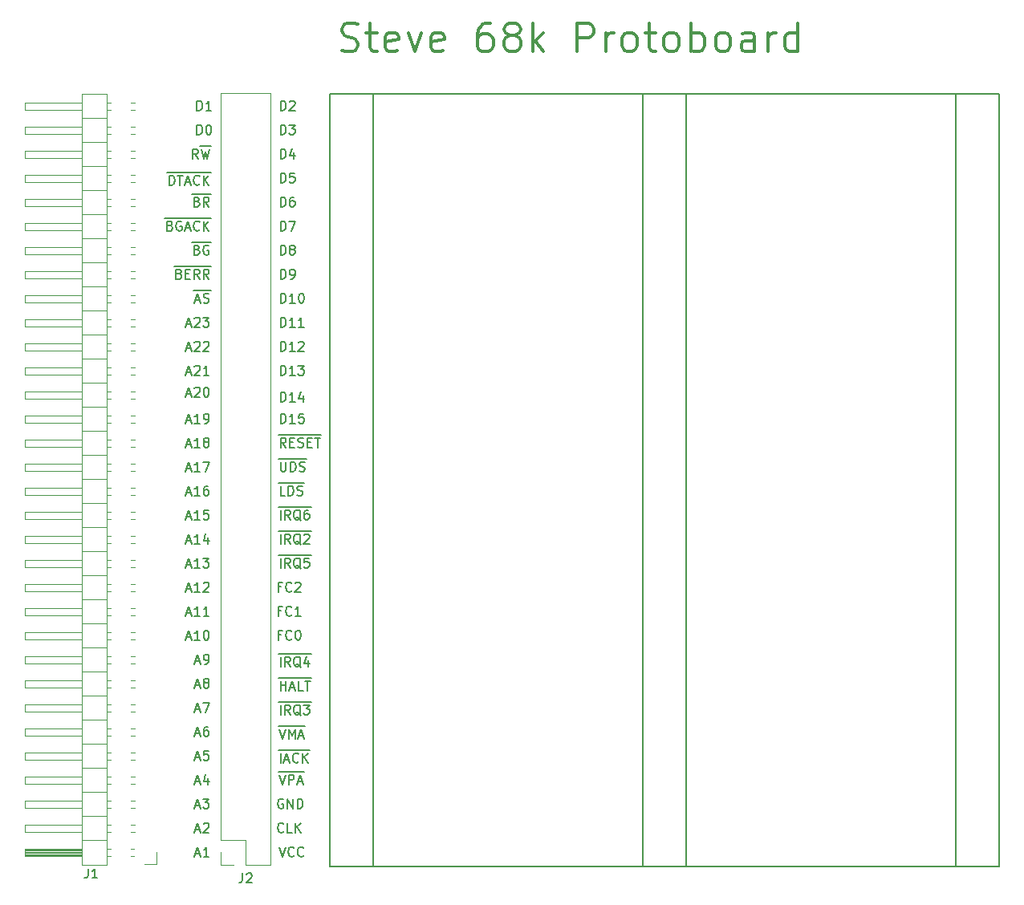
<source format=gto>
G04 #@! TF.GenerationSoftware,KiCad,Pcbnew,(6.0.2)*
G04 #@! TF.CreationDate,2022-10-16T09:30:01-07:00*
G04 #@! TF.ProjectId,Protoboard,50726f74-6f62-46f6-9172-642e6b696361,1.0*
G04 #@! TF.SameCoordinates,Original*
G04 #@! TF.FileFunction,Legend,Top*
G04 #@! TF.FilePolarity,Positive*
%FSLAX46Y46*%
G04 Gerber Fmt 4.6, Leading zero omitted, Abs format (unit mm)*
G04 Created by KiCad (PCBNEW (6.0.2)) date 2022-10-16 09:30:01*
%MOMM*%
%LPD*%
G01*
G04 APERTURE LIST*
%ADD10C,0.200000*%
%ADD11C,0.300000*%
%ADD12C,0.150000*%
%ADD13C,0.120000*%
%ADD14C,1.524000*%
%ADD15C,3.200000*%
%ADD16R,1.700000X1.700000*%
%ADD17O,1.700000X1.700000*%
G04 APERTURE END LIST*
D10*
X160274000Y-55880000D02*
X188722000Y-55880000D01*
X188722000Y-55880000D02*
X188722000Y-137414000D01*
X188722000Y-137414000D02*
X160274000Y-137414000D01*
X160274000Y-137414000D02*
X160274000Y-55880000D01*
X127254000Y-55880000D02*
X155702000Y-55880000D01*
X155702000Y-55880000D02*
X155702000Y-137414000D01*
X155702000Y-137414000D02*
X127254000Y-137414000D01*
X127254000Y-137414000D02*
X127254000Y-55880000D01*
X122682000Y-55880000D02*
X127254000Y-55880000D01*
X127254000Y-55880000D02*
X127254000Y-137414000D01*
X127254000Y-137414000D02*
X122682000Y-137414000D01*
X122682000Y-137414000D02*
X122682000Y-55880000D01*
X155702000Y-55880000D02*
X160274000Y-55880000D01*
X160274000Y-55880000D02*
X160274000Y-137414000D01*
X160274000Y-137414000D02*
X155702000Y-137414000D01*
X155702000Y-137414000D02*
X155702000Y-55880000D01*
X188722000Y-55880000D02*
X193294000Y-55880000D01*
X193294000Y-55880000D02*
X193294000Y-137414000D01*
X193294000Y-137414000D02*
X188722000Y-137414000D01*
X188722000Y-137414000D02*
X188722000Y-55880000D01*
X108506952Y-136056666D02*
X108983142Y-136056666D01*
X108411714Y-136342380D02*
X108745047Y-135342380D01*
X109078380Y-136342380D01*
X109935523Y-136342380D02*
X109364095Y-136342380D01*
X109649809Y-136342380D02*
X109649809Y-135342380D01*
X109554571Y-135485238D01*
X109459333Y-135580476D01*
X109364095Y-135628095D01*
X108792666Y-62682380D02*
X108459333Y-62206190D01*
X108221238Y-62682380D02*
X108221238Y-61682380D01*
X108602190Y-61682380D01*
X108697428Y-61730000D01*
X108745047Y-61777619D01*
X108792666Y-61872857D01*
X108792666Y-62015714D01*
X108745047Y-62110952D01*
X108697428Y-62158571D01*
X108602190Y-62206190D01*
X108221238Y-62206190D01*
X108983142Y-61400000D02*
X110126000Y-61400000D01*
X109126000Y-61682380D02*
X109364095Y-62682380D01*
X109554571Y-61968095D01*
X109745047Y-62682380D01*
X109983142Y-61682380D01*
X107554571Y-103036666D02*
X108030761Y-103036666D01*
X107459333Y-103322380D02*
X107792666Y-102322380D01*
X108126000Y-103322380D01*
X108983142Y-103322380D02*
X108411714Y-103322380D01*
X108697428Y-103322380D02*
X108697428Y-102322380D01*
X108602190Y-102465238D01*
X108506952Y-102560476D01*
X108411714Y-102608095D01*
X109840285Y-102655714D02*
X109840285Y-103322380D01*
X109602190Y-102274761D02*
X109364095Y-102989047D01*
X109983142Y-102989047D01*
X107554571Y-80176666D02*
X108030761Y-80176666D01*
X107459333Y-80462380D02*
X107792666Y-79462380D01*
X108126000Y-80462380D01*
X108411714Y-79557619D02*
X108459333Y-79510000D01*
X108554571Y-79462380D01*
X108792666Y-79462380D01*
X108887904Y-79510000D01*
X108935523Y-79557619D01*
X108983142Y-79652857D01*
X108983142Y-79748095D01*
X108935523Y-79890952D01*
X108364095Y-80462380D01*
X108983142Y-80462380D01*
X109316476Y-79462380D02*
X109935523Y-79462380D01*
X109602190Y-79843333D01*
X109745047Y-79843333D01*
X109840285Y-79890952D01*
X109887904Y-79938571D01*
X109935523Y-80033809D01*
X109935523Y-80271904D01*
X109887904Y-80367142D01*
X109840285Y-80414761D01*
X109745047Y-80462380D01*
X109459333Y-80462380D01*
X109364095Y-80414761D01*
X109316476Y-80367142D01*
X117244000Y-114994000D02*
X117720190Y-114994000D01*
X117482095Y-116276380D02*
X117482095Y-115276380D01*
X117720190Y-114994000D02*
X118720190Y-114994000D01*
X118529714Y-116276380D02*
X118196380Y-115800190D01*
X117958285Y-116276380D02*
X117958285Y-115276380D01*
X118339238Y-115276380D01*
X118434476Y-115324000D01*
X118482095Y-115371619D01*
X118529714Y-115466857D01*
X118529714Y-115609714D01*
X118482095Y-115704952D01*
X118434476Y-115752571D01*
X118339238Y-115800190D01*
X117958285Y-115800190D01*
X118720190Y-114994000D02*
X119767809Y-114994000D01*
X119624952Y-116371619D02*
X119529714Y-116324000D01*
X119434476Y-116228761D01*
X119291619Y-116085904D01*
X119196380Y-116038285D01*
X119101142Y-116038285D01*
X119148761Y-116276380D02*
X119053523Y-116228761D01*
X118958285Y-116133523D01*
X118910666Y-115943047D01*
X118910666Y-115609714D01*
X118958285Y-115419238D01*
X119053523Y-115324000D01*
X119148761Y-115276380D01*
X119339238Y-115276380D01*
X119434476Y-115324000D01*
X119529714Y-115419238D01*
X119577333Y-115609714D01*
X119577333Y-115943047D01*
X119529714Y-116133523D01*
X119434476Y-116228761D01*
X119339238Y-116276380D01*
X119148761Y-116276380D01*
X119767809Y-114994000D02*
X120720190Y-114994000D01*
X120434476Y-115609714D02*
X120434476Y-116276380D01*
X120196380Y-115228761D02*
X119958285Y-115943047D01*
X120577333Y-115943047D01*
X117751904Y-130310000D02*
X117656666Y-130262380D01*
X117513809Y-130262380D01*
X117370952Y-130310000D01*
X117275714Y-130405238D01*
X117228095Y-130500476D01*
X117180476Y-130690952D01*
X117180476Y-130833809D01*
X117228095Y-131024285D01*
X117275714Y-131119523D01*
X117370952Y-131214761D01*
X117513809Y-131262380D01*
X117609047Y-131262380D01*
X117751904Y-131214761D01*
X117799523Y-131167142D01*
X117799523Y-130833809D01*
X117609047Y-130833809D01*
X118228095Y-131262380D02*
X118228095Y-130262380D01*
X118799523Y-131262380D01*
X118799523Y-130262380D01*
X119275714Y-131262380D02*
X119275714Y-130262380D01*
X119513809Y-130262380D01*
X119656666Y-130310000D01*
X119751904Y-130405238D01*
X119799523Y-130500476D01*
X119847142Y-130690952D01*
X119847142Y-130833809D01*
X119799523Y-131024285D01*
X119751904Y-131119523D01*
X119656666Y-131214761D01*
X119513809Y-131262380D01*
X119275714Y-131262380D01*
X108506952Y-123356666D02*
X108983142Y-123356666D01*
X108411714Y-123642380D02*
X108745047Y-122642380D01*
X109078380Y-123642380D01*
X109840285Y-122642380D02*
X109649809Y-122642380D01*
X109554571Y-122690000D01*
X109506952Y-122737619D01*
X109411714Y-122880476D01*
X109364095Y-123070952D01*
X109364095Y-123451904D01*
X109411714Y-123547142D01*
X109459333Y-123594761D01*
X109554571Y-123642380D01*
X109745047Y-123642380D01*
X109840285Y-123594761D01*
X109887904Y-123547142D01*
X109935523Y-123451904D01*
X109935523Y-123213809D01*
X109887904Y-123118571D01*
X109840285Y-123070952D01*
X109745047Y-123023333D01*
X109554571Y-123023333D01*
X109459333Y-123070952D01*
X109411714Y-123118571D01*
X109364095Y-123213809D01*
X117482095Y-75382380D02*
X117482095Y-74382380D01*
X117720190Y-74382380D01*
X117863047Y-74430000D01*
X117958285Y-74525238D01*
X118005904Y-74620476D01*
X118053523Y-74810952D01*
X118053523Y-74953809D01*
X118005904Y-75144285D01*
X117958285Y-75239523D01*
X117863047Y-75334761D01*
X117720190Y-75382380D01*
X117482095Y-75382380D01*
X118529714Y-75382380D02*
X118720190Y-75382380D01*
X118815428Y-75334761D01*
X118863047Y-75287142D01*
X118958285Y-75144285D01*
X119005904Y-74953809D01*
X119005904Y-74572857D01*
X118958285Y-74477619D01*
X118910666Y-74430000D01*
X118815428Y-74382380D01*
X118624952Y-74382380D01*
X118529714Y-74430000D01*
X118482095Y-74477619D01*
X118434476Y-74572857D01*
X118434476Y-74810952D01*
X118482095Y-74906190D01*
X118529714Y-74953809D01*
X118624952Y-75001428D01*
X118815428Y-75001428D01*
X118910666Y-74953809D01*
X118958285Y-74906190D01*
X119005904Y-74810952D01*
X117482095Y-83002380D02*
X117482095Y-82002380D01*
X117720190Y-82002380D01*
X117863047Y-82050000D01*
X117958285Y-82145238D01*
X118005904Y-82240476D01*
X118053523Y-82430952D01*
X118053523Y-82573809D01*
X118005904Y-82764285D01*
X117958285Y-82859523D01*
X117863047Y-82954761D01*
X117720190Y-83002380D01*
X117482095Y-83002380D01*
X119005904Y-83002380D02*
X118434476Y-83002380D01*
X118720190Y-83002380D02*
X118720190Y-82002380D01*
X118624952Y-82145238D01*
X118529714Y-82240476D01*
X118434476Y-82288095D01*
X119386857Y-82097619D02*
X119434476Y-82050000D01*
X119529714Y-82002380D01*
X119767809Y-82002380D01*
X119863047Y-82050000D01*
X119910666Y-82097619D01*
X119958285Y-82192857D01*
X119958285Y-82288095D01*
X119910666Y-82430952D01*
X119339238Y-83002380D01*
X119958285Y-83002380D01*
X107554571Y-105576666D02*
X108030761Y-105576666D01*
X107459333Y-105862380D02*
X107792666Y-104862380D01*
X108126000Y-105862380D01*
X108983142Y-105862380D02*
X108411714Y-105862380D01*
X108697428Y-105862380D02*
X108697428Y-104862380D01*
X108602190Y-105005238D01*
X108506952Y-105100476D01*
X108411714Y-105148095D01*
X109316476Y-104862380D02*
X109935523Y-104862380D01*
X109602190Y-105243333D01*
X109745047Y-105243333D01*
X109840285Y-105290952D01*
X109887904Y-105338571D01*
X109935523Y-105433809D01*
X109935523Y-105671904D01*
X109887904Y-105767142D01*
X109840285Y-105814761D01*
X109745047Y-105862380D01*
X109459333Y-105862380D01*
X109364095Y-105814761D01*
X109316476Y-105767142D01*
X107554571Y-95416666D02*
X108030761Y-95416666D01*
X107459333Y-95702380D02*
X107792666Y-94702380D01*
X108126000Y-95702380D01*
X108983142Y-95702380D02*
X108411714Y-95702380D01*
X108697428Y-95702380D02*
X108697428Y-94702380D01*
X108602190Y-94845238D01*
X108506952Y-94940476D01*
X108411714Y-94988095D01*
X109316476Y-94702380D02*
X109983142Y-94702380D01*
X109554571Y-95702380D01*
X108506952Y-125896666D02*
X108983142Y-125896666D01*
X108411714Y-126182380D02*
X108745047Y-125182380D01*
X109078380Y-126182380D01*
X109887904Y-125182380D02*
X109411714Y-125182380D01*
X109364095Y-125658571D01*
X109411714Y-125610952D01*
X109506952Y-125563333D01*
X109745047Y-125563333D01*
X109840285Y-125610952D01*
X109887904Y-125658571D01*
X109935523Y-125753809D01*
X109935523Y-125991904D01*
X109887904Y-126087142D01*
X109840285Y-126134761D01*
X109745047Y-126182380D01*
X109506952Y-126182380D01*
X109411714Y-126134761D01*
X109364095Y-126087142D01*
X117482095Y-65222380D02*
X117482095Y-64222380D01*
X117720190Y-64222380D01*
X117863047Y-64270000D01*
X117958285Y-64365238D01*
X118005904Y-64460476D01*
X118053523Y-64650952D01*
X118053523Y-64793809D01*
X118005904Y-64984285D01*
X117958285Y-65079523D01*
X117863047Y-65174761D01*
X117720190Y-65222380D01*
X117482095Y-65222380D01*
X118958285Y-64222380D02*
X118482095Y-64222380D01*
X118434476Y-64698571D01*
X118482095Y-64650952D01*
X118577333Y-64603333D01*
X118815428Y-64603333D01*
X118910666Y-64650952D01*
X118958285Y-64698571D01*
X119005904Y-64793809D01*
X119005904Y-65031904D01*
X118958285Y-65127142D01*
X118910666Y-65174761D01*
X118815428Y-65222380D01*
X118577333Y-65222380D01*
X118482095Y-65174761D01*
X118434476Y-65127142D01*
X108506952Y-133516666D02*
X108983142Y-133516666D01*
X108411714Y-133802380D02*
X108745047Y-132802380D01*
X109078380Y-133802380D01*
X109364095Y-132897619D02*
X109411714Y-132850000D01*
X109506952Y-132802380D01*
X109745047Y-132802380D01*
X109840285Y-132850000D01*
X109887904Y-132897619D01*
X109935523Y-132992857D01*
X109935523Y-133088095D01*
X109887904Y-133230952D01*
X109316476Y-133802380D01*
X109935523Y-133802380D01*
X117244000Y-96960000D02*
X118053523Y-96960000D01*
X117958285Y-98242380D02*
X117482095Y-98242380D01*
X117482095Y-97242380D01*
X118053523Y-96960000D02*
X119053523Y-96960000D01*
X118291619Y-98242380D02*
X118291619Y-97242380D01*
X118529714Y-97242380D01*
X118672571Y-97290000D01*
X118767809Y-97385238D01*
X118815428Y-97480476D01*
X118863047Y-97670952D01*
X118863047Y-97813809D01*
X118815428Y-98004285D01*
X118767809Y-98099523D01*
X118672571Y-98194761D01*
X118529714Y-98242380D01*
X118291619Y-98242380D01*
X119053523Y-96960000D02*
X120005904Y-96960000D01*
X119244000Y-98194761D02*
X119386857Y-98242380D01*
X119624952Y-98242380D01*
X119720190Y-98194761D01*
X119767809Y-98147142D01*
X119815428Y-98051904D01*
X119815428Y-97956666D01*
X119767809Y-97861428D01*
X119720190Y-97813809D01*
X119624952Y-97766190D01*
X119434476Y-97718571D01*
X119339238Y-97670952D01*
X119291619Y-97623333D01*
X119244000Y-97528095D01*
X119244000Y-97432857D01*
X119291619Y-97337619D01*
X119339238Y-97290000D01*
X119434476Y-97242380D01*
X119672571Y-97242380D01*
X119815428Y-97290000D01*
X107554571Y-110656666D02*
X108030761Y-110656666D01*
X107459333Y-110942380D02*
X107792666Y-109942380D01*
X108126000Y-110942380D01*
X108983142Y-110942380D02*
X108411714Y-110942380D01*
X108697428Y-110942380D02*
X108697428Y-109942380D01*
X108602190Y-110085238D01*
X108506952Y-110180476D01*
X108411714Y-110228095D01*
X109935523Y-110942380D02*
X109364095Y-110942380D01*
X109649809Y-110942380D02*
X109649809Y-109942380D01*
X109554571Y-110085238D01*
X109459333Y-110180476D01*
X109364095Y-110228095D01*
X117244000Y-99500000D02*
X117720190Y-99500000D01*
X117482095Y-100782380D02*
X117482095Y-99782380D01*
X117720190Y-99500000D02*
X118720190Y-99500000D01*
X118529714Y-100782380D02*
X118196380Y-100306190D01*
X117958285Y-100782380D02*
X117958285Y-99782380D01*
X118339238Y-99782380D01*
X118434476Y-99830000D01*
X118482095Y-99877619D01*
X118529714Y-99972857D01*
X118529714Y-100115714D01*
X118482095Y-100210952D01*
X118434476Y-100258571D01*
X118339238Y-100306190D01*
X117958285Y-100306190D01*
X118720190Y-99500000D02*
X119767809Y-99500000D01*
X119624952Y-100877619D02*
X119529714Y-100830000D01*
X119434476Y-100734761D01*
X119291619Y-100591904D01*
X119196380Y-100544285D01*
X119101142Y-100544285D01*
X119148761Y-100782380D02*
X119053523Y-100734761D01*
X118958285Y-100639523D01*
X118910666Y-100449047D01*
X118910666Y-100115714D01*
X118958285Y-99925238D01*
X119053523Y-99830000D01*
X119148761Y-99782380D01*
X119339238Y-99782380D01*
X119434476Y-99830000D01*
X119529714Y-99925238D01*
X119577333Y-100115714D01*
X119577333Y-100449047D01*
X119529714Y-100639523D01*
X119434476Y-100734761D01*
X119339238Y-100782380D01*
X119148761Y-100782380D01*
X119767809Y-99500000D02*
X120720190Y-99500000D01*
X120434476Y-99782380D02*
X120244000Y-99782380D01*
X120148761Y-99830000D01*
X120101142Y-99877619D01*
X120005904Y-100020476D01*
X119958285Y-100210952D01*
X119958285Y-100591904D01*
X120005904Y-100687142D01*
X120053523Y-100734761D01*
X120148761Y-100782380D01*
X120339238Y-100782380D01*
X120434476Y-100734761D01*
X120482095Y-100687142D01*
X120529714Y-100591904D01*
X120529714Y-100353809D01*
X120482095Y-100258571D01*
X120434476Y-100210952D01*
X120339238Y-100163333D01*
X120148761Y-100163333D01*
X120053523Y-100210952D01*
X120005904Y-100258571D01*
X119958285Y-100353809D01*
X117482095Y-57602380D02*
X117482095Y-56602380D01*
X117720190Y-56602380D01*
X117863047Y-56650000D01*
X117958285Y-56745238D01*
X118005904Y-56840476D01*
X118053523Y-57030952D01*
X118053523Y-57173809D01*
X118005904Y-57364285D01*
X117958285Y-57459523D01*
X117863047Y-57554761D01*
X117720190Y-57602380D01*
X117482095Y-57602380D01*
X118434476Y-56697619D02*
X118482095Y-56650000D01*
X118577333Y-56602380D01*
X118815428Y-56602380D01*
X118910666Y-56650000D01*
X118958285Y-56697619D01*
X119005904Y-56792857D01*
X119005904Y-56888095D01*
X118958285Y-57030952D01*
X118386857Y-57602380D01*
X119005904Y-57602380D01*
X117244000Y-117534000D02*
X118291619Y-117534000D01*
X117482095Y-118816380D02*
X117482095Y-117816380D01*
X117482095Y-118292571D02*
X118053523Y-118292571D01*
X118053523Y-118816380D02*
X118053523Y-117816380D01*
X118291619Y-117534000D02*
X119148761Y-117534000D01*
X118482095Y-118530666D02*
X118958285Y-118530666D01*
X118386857Y-118816380D02*
X118720190Y-117816380D01*
X119053523Y-118816380D01*
X119148761Y-117534000D02*
X119958285Y-117534000D01*
X119863047Y-118816380D02*
X119386857Y-118816380D01*
X119386857Y-117816380D01*
X119958285Y-117534000D02*
X120720190Y-117534000D01*
X120053523Y-117816380D02*
X120624952Y-117816380D01*
X120339238Y-118816380D02*
X120339238Y-117816380D01*
X117339238Y-135342380D02*
X117672571Y-136342380D01*
X118005904Y-135342380D01*
X118910666Y-136247142D02*
X118863047Y-136294761D01*
X118720190Y-136342380D01*
X118624952Y-136342380D01*
X118482095Y-136294761D01*
X118386857Y-136199523D01*
X118339238Y-136104285D01*
X118291619Y-135913809D01*
X118291619Y-135770952D01*
X118339238Y-135580476D01*
X118386857Y-135485238D01*
X118482095Y-135390000D01*
X118624952Y-135342380D01*
X118720190Y-135342380D01*
X118863047Y-135390000D01*
X118910666Y-135437619D01*
X119910666Y-136247142D02*
X119863047Y-136294761D01*
X119720190Y-136342380D01*
X119624952Y-136342380D01*
X119482095Y-136294761D01*
X119386857Y-136199523D01*
X119339238Y-136104285D01*
X119291619Y-135913809D01*
X119291619Y-135770952D01*
X119339238Y-135580476D01*
X119386857Y-135485238D01*
X119482095Y-135390000D01*
X119624952Y-135342380D01*
X119720190Y-135342380D01*
X119863047Y-135390000D01*
X119910666Y-135437619D01*
X107554571Y-92876666D02*
X108030761Y-92876666D01*
X107459333Y-93162380D02*
X107792666Y-92162380D01*
X108126000Y-93162380D01*
X108983142Y-93162380D02*
X108411714Y-93162380D01*
X108697428Y-93162380D02*
X108697428Y-92162380D01*
X108602190Y-92305238D01*
X108506952Y-92400476D01*
X108411714Y-92448095D01*
X109554571Y-92590952D02*
X109459333Y-92543333D01*
X109411714Y-92495714D01*
X109364095Y-92400476D01*
X109364095Y-92352857D01*
X109411714Y-92257619D01*
X109459333Y-92210000D01*
X109554571Y-92162380D01*
X109745047Y-92162380D01*
X109840285Y-92210000D01*
X109887904Y-92257619D01*
X109935523Y-92352857D01*
X109935523Y-92400476D01*
X109887904Y-92495714D01*
X109840285Y-92543333D01*
X109745047Y-92590952D01*
X109554571Y-92590952D01*
X109459333Y-92638571D01*
X109411714Y-92686190D01*
X109364095Y-92781428D01*
X109364095Y-92971904D01*
X109411714Y-93067142D01*
X109459333Y-93114761D01*
X109554571Y-93162380D01*
X109745047Y-93162380D01*
X109840285Y-93114761D01*
X109887904Y-93067142D01*
X109935523Y-92971904D01*
X109935523Y-92781428D01*
X109887904Y-92686190D01*
X109840285Y-92638571D01*
X109745047Y-92590952D01*
X117244000Y-104580000D02*
X117720190Y-104580000D01*
X117482095Y-105862380D02*
X117482095Y-104862380D01*
X117720190Y-104580000D02*
X118720190Y-104580000D01*
X118529714Y-105862380D02*
X118196380Y-105386190D01*
X117958285Y-105862380D02*
X117958285Y-104862380D01*
X118339238Y-104862380D01*
X118434476Y-104910000D01*
X118482095Y-104957619D01*
X118529714Y-105052857D01*
X118529714Y-105195714D01*
X118482095Y-105290952D01*
X118434476Y-105338571D01*
X118339238Y-105386190D01*
X117958285Y-105386190D01*
X118720190Y-104580000D02*
X119767809Y-104580000D01*
X119624952Y-105957619D02*
X119529714Y-105910000D01*
X119434476Y-105814761D01*
X119291619Y-105671904D01*
X119196380Y-105624285D01*
X119101142Y-105624285D01*
X119148761Y-105862380D02*
X119053523Y-105814761D01*
X118958285Y-105719523D01*
X118910666Y-105529047D01*
X118910666Y-105195714D01*
X118958285Y-105005238D01*
X119053523Y-104910000D01*
X119148761Y-104862380D01*
X119339238Y-104862380D01*
X119434476Y-104910000D01*
X119529714Y-105005238D01*
X119577333Y-105195714D01*
X119577333Y-105529047D01*
X119529714Y-105719523D01*
X119434476Y-105814761D01*
X119339238Y-105862380D01*
X119148761Y-105862380D01*
X119767809Y-104580000D02*
X120720190Y-104580000D01*
X120482095Y-104862380D02*
X120005904Y-104862380D01*
X119958285Y-105338571D01*
X120005904Y-105290952D01*
X120101142Y-105243333D01*
X120339238Y-105243333D01*
X120434476Y-105290952D01*
X120482095Y-105338571D01*
X120529714Y-105433809D01*
X120529714Y-105671904D01*
X120482095Y-105767142D01*
X120434476Y-105814761D01*
X120339238Y-105862380D01*
X120101142Y-105862380D01*
X120005904Y-105814761D01*
X119958285Y-105767142D01*
X107554571Y-108116666D02*
X108030761Y-108116666D01*
X107459333Y-108402380D02*
X107792666Y-107402380D01*
X108126000Y-108402380D01*
X108983142Y-108402380D02*
X108411714Y-108402380D01*
X108697428Y-108402380D02*
X108697428Y-107402380D01*
X108602190Y-107545238D01*
X108506952Y-107640476D01*
X108411714Y-107688095D01*
X109364095Y-107497619D02*
X109411714Y-107450000D01*
X109506952Y-107402380D01*
X109745047Y-107402380D01*
X109840285Y-107450000D01*
X109887904Y-107497619D01*
X109935523Y-107592857D01*
X109935523Y-107688095D01*
X109887904Y-107830952D01*
X109316476Y-108402380D01*
X109935523Y-108402380D01*
X117561428Y-107878571D02*
X117228095Y-107878571D01*
X117228095Y-108402380D02*
X117228095Y-107402380D01*
X117704285Y-107402380D01*
X118656666Y-108307142D02*
X118609047Y-108354761D01*
X118466190Y-108402380D01*
X118370952Y-108402380D01*
X118228095Y-108354761D01*
X118132857Y-108259523D01*
X118085238Y-108164285D01*
X118037619Y-107973809D01*
X118037619Y-107830952D01*
X118085238Y-107640476D01*
X118132857Y-107545238D01*
X118228095Y-107450000D01*
X118370952Y-107402380D01*
X118466190Y-107402380D01*
X118609047Y-107450000D01*
X118656666Y-107497619D01*
X119037619Y-107497619D02*
X119085238Y-107450000D01*
X119180476Y-107402380D01*
X119418571Y-107402380D01*
X119513809Y-107450000D01*
X119561428Y-107497619D01*
X119609047Y-107592857D01*
X119609047Y-107688095D01*
X119561428Y-107830952D01*
X118990000Y-108402380D01*
X119609047Y-108402380D01*
X107554571Y-100496666D02*
X108030761Y-100496666D01*
X107459333Y-100782380D02*
X107792666Y-99782380D01*
X108126000Y-100782380D01*
X108983142Y-100782380D02*
X108411714Y-100782380D01*
X108697428Y-100782380D02*
X108697428Y-99782380D01*
X108602190Y-99925238D01*
X108506952Y-100020476D01*
X108411714Y-100068095D01*
X109887904Y-99782380D02*
X109411714Y-99782380D01*
X109364095Y-100258571D01*
X109411714Y-100210952D01*
X109506952Y-100163333D01*
X109745047Y-100163333D01*
X109840285Y-100210952D01*
X109887904Y-100258571D01*
X109935523Y-100353809D01*
X109935523Y-100591904D01*
X109887904Y-100687142D01*
X109840285Y-100734761D01*
X109745047Y-100782380D01*
X109506952Y-100782380D01*
X109411714Y-100734761D01*
X109364095Y-100687142D01*
X108316476Y-76640000D02*
X109173619Y-76640000D01*
X108506952Y-77636666D02*
X108983142Y-77636666D01*
X108411714Y-77922380D02*
X108745047Y-76922380D01*
X109078380Y-77922380D01*
X109173619Y-76640000D02*
X110126000Y-76640000D01*
X109364095Y-77874761D02*
X109506952Y-77922380D01*
X109745047Y-77922380D01*
X109840285Y-77874761D01*
X109887904Y-77827142D01*
X109935523Y-77731904D01*
X109935523Y-77636666D01*
X109887904Y-77541428D01*
X109840285Y-77493809D01*
X109745047Y-77446190D01*
X109554571Y-77398571D01*
X109459333Y-77350952D01*
X109411714Y-77303333D01*
X109364095Y-77208095D01*
X109364095Y-77112857D01*
X109411714Y-77017619D01*
X109459333Y-76970000D01*
X109554571Y-76922380D01*
X109792666Y-76922380D01*
X109935523Y-76970000D01*
X117561428Y-112958571D02*
X117228095Y-112958571D01*
X117228095Y-113482380D02*
X117228095Y-112482380D01*
X117704285Y-112482380D01*
X118656666Y-113387142D02*
X118609047Y-113434761D01*
X118466190Y-113482380D01*
X118370952Y-113482380D01*
X118228095Y-113434761D01*
X118132857Y-113339523D01*
X118085238Y-113244285D01*
X118037619Y-113053809D01*
X118037619Y-112910952D01*
X118085238Y-112720476D01*
X118132857Y-112625238D01*
X118228095Y-112530000D01*
X118370952Y-112482380D01*
X118466190Y-112482380D01*
X118609047Y-112530000D01*
X118656666Y-112577619D01*
X119275714Y-112482380D02*
X119370952Y-112482380D01*
X119466190Y-112530000D01*
X119513809Y-112577619D01*
X119561428Y-112672857D01*
X119609047Y-112863333D01*
X119609047Y-113101428D01*
X119561428Y-113291904D01*
X119513809Y-113387142D01*
X119466190Y-113434761D01*
X119370952Y-113482380D01*
X119275714Y-113482380D01*
X119180476Y-113434761D01*
X119132857Y-113387142D01*
X119085238Y-113291904D01*
X119037619Y-113101428D01*
X119037619Y-112863333D01*
X119085238Y-112672857D01*
X119132857Y-112577619D01*
X119180476Y-112530000D01*
X119275714Y-112482380D01*
X117482095Y-72842380D02*
X117482095Y-71842380D01*
X117720190Y-71842380D01*
X117863047Y-71890000D01*
X117958285Y-71985238D01*
X118005904Y-72080476D01*
X118053523Y-72270952D01*
X118053523Y-72413809D01*
X118005904Y-72604285D01*
X117958285Y-72699523D01*
X117863047Y-72794761D01*
X117720190Y-72842380D01*
X117482095Y-72842380D01*
X118624952Y-72270952D02*
X118529714Y-72223333D01*
X118482095Y-72175714D01*
X118434476Y-72080476D01*
X118434476Y-72032857D01*
X118482095Y-71937619D01*
X118529714Y-71890000D01*
X118624952Y-71842380D01*
X118815428Y-71842380D01*
X118910666Y-71890000D01*
X118958285Y-71937619D01*
X119005904Y-72032857D01*
X119005904Y-72080476D01*
X118958285Y-72175714D01*
X118910666Y-72223333D01*
X118815428Y-72270952D01*
X118624952Y-72270952D01*
X118529714Y-72318571D01*
X118482095Y-72366190D01*
X118434476Y-72461428D01*
X118434476Y-72651904D01*
X118482095Y-72747142D01*
X118529714Y-72794761D01*
X118624952Y-72842380D01*
X118815428Y-72842380D01*
X118910666Y-72794761D01*
X118958285Y-72747142D01*
X119005904Y-72651904D01*
X119005904Y-72461428D01*
X118958285Y-72366190D01*
X118910666Y-72318571D01*
X118815428Y-72270952D01*
X107554571Y-87542666D02*
X108030761Y-87542666D01*
X107459333Y-87828380D02*
X107792666Y-86828380D01*
X108126000Y-87828380D01*
X108411714Y-86923619D02*
X108459333Y-86876000D01*
X108554571Y-86828380D01*
X108792666Y-86828380D01*
X108887904Y-86876000D01*
X108935523Y-86923619D01*
X108983142Y-87018857D01*
X108983142Y-87114095D01*
X108935523Y-87256952D01*
X108364095Y-87828380D01*
X108983142Y-87828380D01*
X109602190Y-86828380D02*
X109697428Y-86828380D01*
X109792666Y-86876000D01*
X109840285Y-86923619D01*
X109887904Y-87018857D01*
X109935523Y-87209333D01*
X109935523Y-87447428D01*
X109887904Y-87637904D01*
X109840285Y-87733142D01*
X109792666Y-87780761D01*
X109697428Y-87828380D01*
X109602190Y-87828380D01*
X109506952Y-87780761D01*
X109459333Y-87733142D01*
X109411714Y-87637904D01*
X109364095Y-87447428D01*
X109364095Y-87209333D01*
X109411714Y-87018857D01*
X109459333Y-86923619D01*
X109506952Y-86876000D01*
X109602190Y-86828380D01*
X117244000Y-102040000D02*
X117720190Y-102040000D01*
X117482095Y-103322380D02*
X117482095Y-102322380D01*
X117720190Y-102040000D02*
X118720190Y-102040000D01*
X118529714Y-103322380D02*
X118196380Y-102846190D01*
X117958285Y-103322380D02*
X117958285Y-102322380D01*
X118339238Y-102322380D01*
X118434476Y-102370000D01*
X118482095Y-102417619D01*
X118529714Y-102512857D01*
X118529714Y-102655714D01*
X118482095Y-102750952D01*
X118434476Y-102798571D01*
X118339238Y-102846190D01*
X117958285Y-102846190D01*
X118720190Y-102040000D02*
X119767809Y-102040000D01*
X119624952Y-103417619D02*
X119529714Y-103370000D01*
X119434476Y-103274761D01*
X119291619Y-103131904D01*
X119196380Y-103084285D01*
X119101142Y-103084285D01*
X119148761Y-103322380D02*
X119053523Y-103274761D01*
X118958285Y-103179523D01*
X118910666Y-102989047D01*
X118910666Y-102655714D01*
X118958285Y-102465238D01*
X119053523Y-102370000D01*
X119148761Y-102322380D01*
X119339238Y-102322380D01*
X119434476Y-102370000D01*
X119529714Y-102465238D01*
X119577333Y-102655714D01*
X119577333Y-102989047D01*
X119529714Y-103179523D01*
X119434476Y-103274761D01*
X119339238Y-103322380D01*
X119148761Y-103322380D01*
X119767809Y-102040000D02*
X120720190Y-102040000D01*
X119958285Y-102417619D02*
X120005904Y-102370000D01*
X120101142Y-102322380D01*
X120339238Y-102322380D01*
X120434476Y-102370000D01*
X120482095Y-102417619D01*
X120529714Y-102512857D01*
X120529714Y-102608095D01*
X120482095Y-102750952D01*
X119910666Y-103322380D01*
X120529714Y-103322380D01*
X117561428Y-110418571D02*
X117228095Y-110418571D01*
X117228095Y-110942380D02*
X117228095Y-109942380D01*
X117704285Y-109942380D01*
X118656666Y-110847142D02*
X118609047Y-110894761D01*
X118466190Y-110942380D01*
X118370952Y-110942380D01*
X118228095Y-110894761D01*
X118132857Y-110799523D01*
X118085238Y-110704285D01*
X118037619Y-110513809D01*
X118037619Y-110370952D01*
X118085238Y-110180476D01*
X118132857Y-110085238D01*
X118228095Y-109990000D01*
X118370952Y-109942380D01*
X118466190Y-109942380D01*
X118609047Y-109990000D01*
X118656666Y-110037619D01*
X119609047Y-110942380D02*
X119037619Y-110942380D01*
X119323333Y-110942380D02*
X119323333Y-109942380D01*
X119228095Y-110085238D01*
X119132857Y-110180476D01*
X119037619Y-110228095D01*
X117244000Y-91880000D02*
X118244000Y-91880000D01*
X118053523Y-93162380D02*
X117720190Y-92686190D01*
X117482095Y-93162380D02*
X117482095Y-92162380D01*
X117863047Y-92162380D01*
X117958285Y-92210000D01*
X118005904Y-92257619D01*
X118053523Y-92352857D01*
X118053523Y-92495714D01*
X118005904Y-92590952D01*
X117958285Y-92638571D01*
X117863047Y-92686190D01*
X117482095Y-92686190D01*
X118244000Y-91880000D02*
X119148761Y-91880000D01*
X118482095Y-92638571D02*
X118815428Y-92638571D01*
X118958285Y-93162380D02*
X118482095Y-93162380D01*
X118482095Y-92162380D01*
X118958285Y-92162380D01*
X119148761Y-91880000D02*
X120101142Y-91880000D01*
X119339238Y-93114761D02*
X119482095Y-93162380D01*
X119720190Y-93162380D01*
X119815428Y-93114761D01*
X119863047Y-93067142D01*
X119910666Y-92971904D01*
X119910666Y-92876666D01*
X119863047Y-92781428D01*
X119815428Y-92733809D01*
X119720190Y-92686190D01*
X119529714Y-92638571D01*
X119434476Y-92590952D01*
X119386857Y-92543333D01*
X119339238Y-92448095D01*
X119339238Y-92352857D01*
X119386857Y-92257619D01*
X119434476Y-92210000D01*
X119529714Y-92162380D01*
X119767809Y-92162380D01*
X119910666Y-92210000D01*
X120101142Y-91880000D02*
X121005904Y-91880000D01*
X120339238Y-92638571D02*
X120672571Y-92638571D01*
X120815428Y-93162380D02*
X120339238Y-93162380D01*
X120339238Y-92162380D01*
X120815428Y-92162380D01*
X121005904Y-91880000D02*
X121767809Y-91880000D01*
X121101142Y-92162380D02*
X121672571Y-92162380D01*
X121386857Y-93162380D02*
X121386857Y-92162380D01*
X108126000Y-71560000D02*
X109126000Y-71560000D01*
X108697428Y-72318571D02*
X108840285Y-72366190D01*
X108887904Y-72413809D01*
X108935523Y-72509047D01*
X108935523Y-72651904D01*
X108887904Y-72747142D01*
X108840285Y-72794761D01*
X108745047Y-72842380D01*
X108364095Y-72842380D01*
X108364095Y-71842380D01*
X108697428Y-71842380D01*
X108792666Y-71890000D01*
X108840285Y-71937619D01*
X108887904Y-72032857D01*
X108887904Y-72128095D01*
X108840285Y-72223333D01*
X108792666Y-72270952D01*
X108697428Y-72318571D01*
X108364095Y-72318571D01*
X109126000Y-71560000D02*
X110126000Y-71560000D01*
X109887904Y-71890000D02*
X109792666Y-71842380D01*
X109649809Y-71842380D01*
X109506952Y-71890000D01*
X109411714Y-71985238D01*
X109364095Y-72080476D01*
X109316476Y-72270952D01*
X109316476Y-72413809D01*
X109364095Y-72604285D01*
X109411714Y-72699523D01*
X109506952Y-72794761D01*
X109649809Y-72842380D01*
X109745047Y-72842380D01*
X109887904Y-72794761D01*
X109935523Y-72747142D01*
X109935523Y-72413809D01*
X109745047Y-72413809D01*
X117482095Y-67762380D02*
X117482095Y-66762380D01*
X117720190Y-66762380D01*
X117863047Y-66810000D01*
X117958285Y-66905238D01*
X118005904Y-67000476D01*
X118053523Y-67190952D01*
X118053523Y-67333809D01*
X118005904Y-67524285D01*
X117958285Y-67619523D01*
X117863047Y-67714761D01*
X117720190Y-67762380D01*
X117482095Y-67762380D01*
X118910666Y-66762380D02*
X118720190Y-66762380D01*
X118624952Y-66810000D01*
X118577333Y-66857619D01*
X118482095Y-67000476D01*
X118434476Y-67190952D01*
X118434476Y-67571904D01*
X118482095Y-67667142D01*
X118529714Y-67714761D01*
X118624952Y-67762380D01*
X118815428Y-67762380D01*
X118910666Y-67714761D01*
X118958285Y-67667142D01*
X119005904Y-67571904D01*
X119005904Y-67333809D01*
X118958285Y-67238571D01*
X118910666Y-67190952D01*
X118815428Y-67143333D01*
X118624952Y-67143333D01*
X118529714Y-67190952D01*
X118482095Y-67238571D01*
X118434476Y-67333809D01*
X107554571Y-85256666D02*
X108030761Y-85256666D01*
X107459333Y-85542380D02*
X107792666Y-84542380D01*
X108126000Y-85542380D01*
X108411714Y-84637619D02*
X108459333Y-84590000D01*
X108554571Y-84542380D01*
X108792666Y-84542380D01*
X108887904Y-84590000D01*
X108935523Y-84637619D01*
X108983142Y-84732857D01*
X108983142Y-84828095D01*
X108935523Y-84970952D01*
X108364095Y-85542380D01*
X108983142Y-85542380D01*
X109935523Y-85542380D02*
X109364095Y-85542380D01*
X109649809Y-85542380D02*
X109649809Y-84542380D01*
X109554571Y-84685238D01*
X109459333Y-84780476D01*
X109364095Y-84828095D01*
X117482095Y-77922380D02*
X117482095Y-76922380D01*
X117720190Y-76922380D01*
X117863047Y-76970000D01*
X117958285Y-77065238D01*
X118005904Y-77160476D01*
X118053523Y-77350952D01*
X118053523Y-77493809D01*
X118005904Y-77684285D01*
X117958285Y-77779523D01*
X117863047Y-77874761D01*
X117720190Y-77922380D01*
X117482095Y-77922380D01*
X119005904Y-77922380D02*
X118434476Y-77922380D01*
X118720190Y-77922380D02*
X118720190Y-76922380D01*
X118624952Y-77065238D01*
X118529714Y-77160476D01*
X118434476Y-77208095D01*
X119624952Y-76922380D02*
X119720190Y-76922380D01*
X119815428Y-76970000D01*
X119863047Y-77017619D01*
X119910666Y-77112857D01*
X119958285Y-77303333D01*
X119958285Y-77541428D01*
X119910666Y-77731904D01*
X119863047Y-77827142D01*
X119815428Y-77874761D01*
X119720190Y-77922380D01*
X119624952Y-77922380D01*
X119529714Y-77874761D01*
X119482095Y-77827142D01*
X119434476Y-77731904D01*
X119386857Y-77541428D01*
X119386857Y-77303333D01*
X119434476Y-77112857D01*
X119482095Y-77017619D01*
X119529714Y-76970000D01*
X119624952Y-76922380D01*
X117244000Y-94420000D02*
X118291619Y-94420000D01*
X117482095Y-94702380D02*
X117482095Y-95511904D01*
X117529714Y-95607142D01*
X117577333Y-95654761D01*
X117672571Y-95702380D01*
X117863047Y-95702380D01*
X117958285Y-95654761D01*
X118005904Y-95607142D01*
X118053523Y-95511904D01*
X118053523Y-94702380D01*
X118291619Y-94420000D02*
X119291619Y-94420000D01*
X118529714Y-95702380D02*
X118529714Y-94702380D01*
X118767809Y-94702380D01*
X118910666Y-94750000D01*
X119005904Y-94845238D01*
X119053523Y-94940476D01*
X119101142Y-95130952D01*
X119101142Y-95273809D01*
X119053523Y-95464285D01*
X119005904Y-95559523D01*
X118910666Y-95654761D01*
X118767809Y-95702380D01*
X118529714Y-95702380D01*
X119291619Y-94420000D02*
X120244000Y-94420000D01*
X119482095Y-95654761D02*
X119624952Y-95702380D01*
X119863047Y-95702380D01*
X119958285Y-95654761D01*
X120005904Y-95607142D01*
X120053523Y-95511904D01*
X120053523Y-95416666D01*
X120005904Y-95321428D01*
X119958285Y-95273809D01*
X119863047Y-95226190D01*
X119672571Y-95178571D01*
X119577333Y-95130952D01*
X119529714Y-95083333D01*
X119482095Y-94988095D01*
X119482095Y-94892857D01*
X119529714Y-94797619D01*
X119577333Y-94750000D01*
X119672571Y-94702380D01*
X119910666Y-94702380D01*
X120053523Y-94750000D01*
X108506952Y-118276666D02*
X108983142Y-118276666D01*
X108411714Y-118562380D02*
X108745047Y-117562380D01*
X109078380Y-118562380D01*
X109554571Y-117990952D02*
X109459333Y-117943333D01*
X109411714Y-117895714D01*
X109364095Y-117800476D01*
X109364095Y-117752857D01*
X109411714Y-117657619D01*
X109459333Y-117610000D01*
X109554571Y-117562380D01*
X109745047Y-117562380D01*
X109840285Y-117610000D01*
X109887904Y-117657619D01*
X109935523Y-117752857D01*
X109935523Y-117800476D01*
X109887904Y-117895714D01*
X109840285Y-117943333D01*
X109745047Y-117990952D01*
X109554571Y-117990952D01*
X109459333Y-118038571D01*
X109411714Y-118086190D01*
X109364095Y-118181428D01*
X109364095Y-118371904D01*
X109411714Y-118467142D01*
X109459333Y-118514761D01*
X109554571Y-118562380D01*
X109745047Y-118562380D01*
X109840285Y-118514761D01*
X109887904Y-118467142D01*
X109935523Y-118371904D01*
X109935523Y-118181428D01*
X109887904Y-118086190D01*
X109840285Y-118038571D01*
X109745047Y-117990952D01*
X117482095Y-60142380D02*
X117482095Y-59142380D01*
X117720190Y-59142380D01*
X117863047Y-59190000D01*
X117958285Y-59285238D01*
X118005904Y-59380476D01*
X118053523Y-59570952D01*
X118053523Y-59713809D01*
X118005904Y-59904285D01*
X117958285Y-59999523D01*
X117863047Y-60094761D01*
X117720190Y-60142380D01*
X117482095Y-60142380D01*
X118386857Y-59142380D02*
X119005904Y-59142380D01*
X118672571Y-59523333D01*
X118815428Y-59523333D01*
X118910666Y-59570952D01*
X118958285Y-59618571D01*
X119005904Y-59713809D01*
X119005904Y-59951904D01*
X118958285Y-60047142D01*
X118910666Y-60094761D01*
X118815428Y-60142380D01*
X118529714Y-60142380D01*
X118434476Y-60094761D01*
X118386857Y-60047142D01*
X117482095Y-80462380D02*
X117482095Y-79462380D01*
X117720190Y-79462380D01*
X117863047Y-79510000D01*
X117958285Y-79605238D01*
X118005904Y-79700476D01*
X118053523Y-79890952D01*
X118053523Y-80033809D01*
X118005904Y-80224285D01*
X117958285Y-80319523D01*
X117863047Y-80414761D01*
X117720190Y-80462380D01*
X117482095Y-80462380D01*
X119005904Y-80462380D02*
X118434476Y-80462380D01*
X118720190Y-80462380D02*
X118720190Y-79462380D01*
X118624952Y-79605238D01*
X118529714Y-79700476D01*
X118434476Y-79748095D01*
X119958285Y-80462380D02*
X119386857Y-80462380D01*
X119672571Y-80462380D02*
X119672571Y-79462380D01*
X119577333Y-79605238D01*
X119482095Y-79700476D01*
X119386857Y-79748095D01*
X117244000Y-125154000D02*
X117720190Y-125154000D01*
X117482095Y-126436380D02*
X117482095Y-125436380D01*
X117720190Y-125154000D02*
X118577333Y-125154000D01*
X117910666Y-126150666D02*
X118386857Y-126150666D01*
X117815428Y-126436380D02*
X118148761Y-125436380D01*
X118482095Y-126436380D01*
X118577333Y-125154000D02*
X119577333Y-125154000D01*
X119386857Y-126341142D02*
X119339238Y-126388761D01*
X119196380Y-126436380D01*
X119101142Y-126436380D01*
X118958285Y-126388761D01*
X118863047Y-126293523D01*
X118815428Y-126198285D01*
X118767809Y-126007809D01*
X118767809Y-125864952D01*
X118815428Y-125674476D01*
X118863047Y-125579238D01*
X118958285Y-125484000D01*
X119101142Y-125436380D01*
X119196380Y-125436380D01*
X119339238Y-125484000D01*
X119386857Y-125531619D01*
X119577333Y-125154000D02*
X120577333Y-125154000D01*
X119815428Y-126436380D02*
X119815428Y-125436380D01*
X120386857Y-126436380D02*
X119958285Y-125864952D01*
X120386857Y-125436380D02*
X119815428Y-126007809D01*
X117482095Y-88336380D02*
X117482095Y-87336380D01*
X117720190Y-87336380D01*
X117863047Y-87384000D01*
X117958285Y-87479238D01*
X118005904Y-87574476D01*
X118053523Y-87764952D01*
X118053523Y-87907809D01*
X118005904Y-88098285D01*
X117958285Y-88193523D01*
X117863047Y-88288761D01*
X117720190Y-88336380D01*
X117482095Y-88336380D01*
X119005904Y-88336380D02*
X118434476Y-88336380D01*
X118720190Y-88336380D02*
X118720190Y-87336380D01*
X118624952Y-87479238D01*
X118529714Y-87574476D01*
X118434476Y-87622095D01*
X119863047Y-87669714D02*
X119863047Y-88336380D01*
X119624952Y-87288761D02*
X119386857Y-88003047D01*
X120005904Y-88003047D01*
X108506952Y-128436666D02*
X108983142Y-128436666D01*
X108411714Y-128722380D02*
X108745047Y-127722380D01*
X109078380Y-128722380D01*
X109840285Y-128055714D02*
X109840285Y-128722380D01*
X109602190Y-127674761D02*
X109364095Y-128389047D01*
X109983142Y-128389047D01*
X117244000Y-127440000D02*
X118101142Y-127440000D01*
X117339238Y-127722380D02*
X117672571Y-128722380D01*
X118005904Y-127722380D01*
X118101142Y-127440000D02*
X119101142Y-127440000D01*
X118339238Y-128722380D02*
X118339238Y-127722380D01*
X118720190Y-127722380D01*
X118815428Y-127770000D01*
X118863047Y-127817619D01*
X118910666Y-127912857D01*
X118910666Y-128055714D01*
X118863047Y-128150952D01*
X118815428Y-128198571D01*
X118720190Y-128246190D01*
X118339238Y-128246190D01*
X119101142Y-127440000D02*
X119958285Y-127440000D01*
X119291619Y-128436666D02*
X119767809Y-128436666D01*
X119196380Y-128722380D02*
X119529714Y-127722380D01*
X119863047Y-128722380D01*
X108665714Y-57602380D02*
X108665714Y-56602380D01*
X108903809Y-56602380D01*
X109046666Y-56650000D01*
X109141904Y-56745238D01*
X109189523Y-56840476D01*
X109237142Y-57030952D01*
X109237142Y-57173809D01*
X109189523Y-57364285D01*
X109141904Y-57459523D01*
X109046666Y-57554761D01*
X108903809Y-57602380D01*
X108665714Y-57602380D01*
X110189523Y-57602380D02*
X109618095Y-57602380D01*
X109903809Y-57602380D02*
X109903809Y-56602380D01*
X109808571Y-56745238D01*
X109713333Y-56840476D01*
X109618095Y-56888095D01*
X105506952Y-64194000D02*
X106506952Y-64194000D01*
X105745047Y-65476380D02*
X105745047Y-64476380D01*
X105983142Y-64476380D01*
X106126000Y-64524000D01*
X106221238Y-64619238D01*
X106268857Y-64714476D01*
X106316476Y-64904952D01*
X106316476Y-65047809D01*
X106268857Y-65238285D01*
X106221238Y-65333523D01*
X106126000Y-65428761D01*
X105983142Y-65476380D01*
X105745047Y-65476380D01*
X106506952Y-64194000D02*
X107268857Y-64194000D01*
X106602190Y-64476380D02*
X107173619Y-64476380D01*
X106887904Y-65476380D02*
X106887904Y-64476380D01*
X107268857Y-64194000D02*
X108126000Y-64194000D01*
X107459333Y-65190666D02*
X107935523Y-65190666D01*
X107364095Y-65476380D02*
X107697428Y-64476380D01*
X108030761Y-65476380D01*
X108126000Y-64194000D02*
X109126000Y-64194000D01*
X108935523Y-65381142D02*
X108887904Y-65428761D01*
X108745047Y-65476380D01*
X108649809Y-65476380D01*
X108506952Y-65428761D01*
X108411714Y-65333523D01*
X108364095Y-65238285D01*
X108316476Y-65047809D01*
X108316476Y-64904952D01*
X108364095Y-64714476D01*
X108411714Y-64619238D01*
X108506952Y-64524000D01*
X108649809Y-64476380D01*
X108745047Y-64476380D01*
X108887904Y-64524000D01*
X108935523Y-64571619D01*
X109126000Y-64194000D02*
X110126000Y-64194000D01*
X109364095Y-65476380D02*
X109364095Y-64476380D01*
X109935523Y-65476380D02*
X109506952Y-64904952D01*
X109935523Y-64476380D02*
X109364095Y-65047809D01*
D11*
X123939142Y-51252285D02*
X124367714Y-51395142D01*
X125082000Y-51395142D01*
X125367714Y-51252285D01*
X125510571Y-51109428D01*
X125653428Y-50823714D01*
X125653428Y-50538000D01*
X125510571Y-50252285D01*
X125367714Y-50109428D01*
X125082000Y-49966571D01*
X124510571Y-49823714D01*
X124224857Y-49680857D01*
X124082000Y-49538000D01*
X123939142Y-49252285D01*
X123939142Y-48966571D01*
X124082000Y-48680857D01*
X124224857Y-48538000D01*
X124510571Y-48395142D01*
X125224857Y-48395142D01*
X125653428Y-48538000D01*
X126510571Y-49395142D02*
X127653428Y-49395142D01*
X126939142Y-48395142D02*
X126939142Y-50966571D01*
X127082000Y-51252285D01*
X127367714Y-51395142D01*
X127653428Y-51395142D01*
X129796285Y-51252285D02*
X129510571Y-51395142D01*
X128939142Y-51395142D01*
X128653428Y-51252285D01*
X128510571Y-50966571D01*
X128510571Y-49823714D01*
X128653428Y-49538000D01*
X128939142Y-49395142D01*
X129510571Y-49395142D01*
X129796285Y-49538000D01*
X129939142Y-49823714D01*
X129939142Y-50109428D01*
X128510571Y-50395142D01*
X130939142Y-49395142D02*
X131653428Y-51395142D01*
X132367714Y-49395142D01*
X134653428Y-51252285D02*
X134367714Y-51395142D01*
X133796285Y-51395142D01*
X133510571Y-51252285D01*
X133367714Y-50966571D01*
X133367714Y-49823714D01*
X133510571Y-49538000D01*
X133796285Y-49395142D01*
X134367714Y-49395142D01*
X134653428Y-49538000D01*
X134796285Y-49823714D01*
X134796285Y-50109428D01*
X133367714Y-50395142D01*
X139653428Y-48395142D02*
X139082000Y-48395142D01*
X138796285Y-48538000D01*
X138653428Y-48680857D01*
X138367714Y-49109428D01*
X138224857Y-49680857D01*
X138224857Y-50823714D01*
X138367714Y-51109428D01*
X138510571Y-51252285D01*
X138796285Y-51395142D01*
X139367714Y-51395142D01*
X139653428Y-51252285D01*
X139796285Y-51109428D01*
X139939142Y-50823714D01*
X139939142Y-50109428D01*
X139796285Y-49823714D01*
X139653428Y-49680857D01*
X139367714Y-49538000D01*
X138796285Y-49538000D01*
X138510571Y-49680857D01*
X138367714Y-49823714D01*
X138224857Y-50109428D01*
X141653428Y-49680857D02*
X141367714Y-49538000D01*
X141224857Y-49395142D01*
X141082000Y-49109428D01*
X141082000Y-48966571D01*
X141224857Y-48680857D01*
X141367714Y-48538000D01*
X141653428Y-48395142D01*
X142224857Y-48395142D01*
X142510571Y-48538000D01*
X142653428Y-48680857D01*
X142796285Y-48966571D01*
X142796285Y-49109428D01*
X142653428Y-49395142D01*
X142510571Y-49538000D01*
X142224857Y-49680857D01*
X141653428Y-49680857D01*
X141367714Y-49823714D01*
X141224857Y-49966571D01*
X141082000Y-50252285D01*
X141082000Y-50823714D01*
X141224857Y-51109428D01*
X141367714Y-51252285D01*
X141653428Y-51395142D01*
X142224857Y-51395142D01*
X142510571Y-51252285D01*
X142653428Y-51109428D01*
X142796285Y-50823714D01*
X142796285Y-50252285D01*
X142653428Y-49966571D01*
X142510571Y-49823714D01*
X142224857Y-49680857D01*
X144082000Y-51395142D02*
X144082000Y-48395142D01*
X144367714Y-50252285D02*
X145224857Y-51395142D01*
X145224857Y-49395142D02*
X144082000Y-50538000D01*
X148796285Y-51395142D02*
X148796285Y-48395142D01*
X149939142Y-48395142D01*
X150224857Y-48538000D01*
X150367714Y-48680857D01*
X150510571Y-48966571D01*
X150510571Y-49395142D01*
X150367714Y-49680857D01*
X150224857Y-49823714D01*
X149939142Y-49966571D01*
X148796285Y-49966571D01*
X151796285Y-51395142D02*
X151796285Y-49395142D01*
X151796285Y-49966571D02*
X151939142Y-49680857D01*
X152082000Y-49538000D01*
X152367714Y-49395142D01*
X152653428Y-49395142D01*
X154082000Y-51395142D02*
X153796285Y-51252285D01*
X153653428Y-51109428D01*
X153510571Y-50823714D01*
X153510571Y-49966571D01*
X153653428Y-49680857D01*
X153796285Y-49538000D01*
X154082000Y-49395142D01*
X154510571Y-49395142D01*
X154796285Y-49538000D01*
X154939142Y-49680857D01*
X155082000Y-49966571D01*
X155082000Y-50823714D01*
X154939142Y-51109428D01*
X154796285Y-51252285D01*
X154510571Y-51395142D01*
X154082000Y-51395142D01*
X155939142Y-49395142D02*
X157082000Y-49395142D01*
X156367714Y-48395142D02*
X156367714Y-50966571D01*
X156510571Y-51252285D01*
X156796285Y-51395142D01*
X157082000Y-51395142D01*
X158510571Y-51395142D02*
X158224857Y-51252285D01*
X158082000Y-51109428D01*
X157939142Y-50823714D01*
X157939142Y-49966571D01*
X158082000Y-49680857D01*
X158224857Y-49538000D01*
X158510571Y-49395142D01*
X158939142Y-49395142D01*
X159224857Y-49538000D01*
X159367714Y-49680857D01*
X159510571Y-49966571D01*
X159510571Y-50823714D01*
X159367714Y-51109428D01*
X159224857Y-51252285D01*
X158939142Y-51395142D01*
X158510571Y-51395142D01*
X160796285Y-51395142D02*
X160796285Y-48395142D01*
X160796285Y-49538000D02*
X161082000Y-49395142D01*
X161653428Y-49395142D01*
X161939142Y-49538000D01*
X162082000Y-49680857D01*
X162224857Y-49966571D01*
X162224857Y-50823714D01*
X162082000Y-51109428D01*
X161939142Y-51252285D01*
X161653428Y-51395142D01*
X161082000Y-51395142D01*
X160796285Y-51252285D01*
X163939142Y-51395142D02*
X163653428Y-51252285D01*
X163510571Y-51109428D01*
X163367714Y-50823714D01*
X163367714Y-49966571D01*
X163510571Y-49680857D01*
X163653428Y-49538000D01*
X163939142Y-49395142D01*
X164367714Y-49395142D01*
X164653428Y-49538000D01*
X164796285Y-49680857D01*
X164939142Y-49966571D01*
X164939142Y-50823714D01*
X164796285Y-51109428D01*
X164653428Y-51252285D01*
X164367714Y-51395142D01*
X163939142Y-51395142D01*
X167510571Y-51395142D02*
X167510571Y-49823714D01*
X167367714Y-49538000D01*
X167082000Y-49395142D01*
X166510571Y-49395142D01*
X166224857Y-49538000D01*
X167510571Y-51252285D02*
X167224857Y-51395142D01*
X166510571Y-51395142D01*
X166224857Y-51252285D01*
X166082000Y-50966571D01*
X166082000Y-50680857D01*
X166224857Y-50395142D01*
X166510571Y-50252285D01*
X167224857Y-50252285D01*
X167510571Y-50109428D01*
X168939142Y-51395142D02*
X168939142Y-49395142D01*
X168939142Y-49966571D02*
X169082000Y-49680857D01*
X169224857Y-49538000D01*
X169510571Y-49395142D01*
X169796285Y-49395142D01*
X172082000Y-51395142D02*
X172082000Y-48395142D01*
X172082000Y-51252285D02*
X171796285Y-51395142D01*
X171224857Y-51395142D01*
X170939142Y-51252285D01*
X170796285Y-51109428D01*
X170653428Y-50823714D01*
X170653428Y-49966571D01*
X170796285Y-49680857D01*
X170939142Y-49538000D01*
X171224857Y-49395142D01*
X171796285Y-49395142D01*
X172082000Y-49538000D01*
D10*
X117244000Y-122614000D02*
X118101142Y-122614000D01*
X117339238Y-122896380D02*
X117672571Y-123896380D01*
X118005904Y-122896380D01*
X118101142Y-122614000D02*
X119244000Y-122614000D01*
X118339238Y-123896380D02*
X118339238Y-122896380D01*
X118672571Y-123610666D01*
X119005904Y-122896380D01*
X119005904Y-123896380D01*
X119244000Y-122614000D02*
X120101142Y-122614000D01*
X119434476Y-123610666D02*
X119910666Y-123610666D01*
X119339238Y-123896380D02*
X119672571Y-122896380D01*
X120005904Y-123896380D01*
X108506952Y-120816666D02*
X108983142Y-120816666D01*
X108411714Y-121102380D02*
X108745047Y-120102380D01*
X109078380Y-121102380D01*
X109316476Y-120102380D02*
X109983142Y-120102380D01*
X109554571Y-121102380D01*
X108506952Y-115736666D02*
X108983142Y-115736666D01*
X108411714Y-116022380D02*
X108745047Y-115022380D01*
X109078380Y-116022380D01*
X109459333Y-116022380D02*
X109649809Y-116022380D01*
X109745047Y-115974761D01*
X109792666Y-115927142D01*
X109887904Y-115784285D01*
X109935523Y-115593809D01*
X109935523Y-115212857D01*
X109887904Y-115117619D01*
X109840285Y-115070000D01*
X109745047Y-115022380D01*
X109554571Y-115022380D01*
X109459333Y-115070000D01*
X109411714Y-115117619D01*
X109364095Y-115212857D01*
X109364095Y-115450952D01*
X109411714Y-115546190D01*
X109459333Y-115593809D01*
X109554571Y-115641428D01*
X109745047Y-115641428D01*
X109840285Y-115593809D01*
X109887904Y-115546190D01*
X109935523Y-115450952D01*
X117244000Y-120074000D02*
X117720190Y-120074000D01*
X117482095Y-121356380D02*
X117482095Y-120356380D01*
X117720190Y-120074000D02*
X118720190Y-120074000D01*
X118529714Y-121356380D02*
X118196380Y-120880190D01*
X117958285Y-121356380D02*
X117958285Y-120356380D01*
X118339238Y-120356380D01*
X118434476Y-120404000D01*
X118482095Y-120451619D01*
X118529714Y-120546857D01*
X118529714Y-120689714D01*
X118482095Y-120784952D01*
X118434476Y-120832571D01*
X118339238Y-120880190D01*
X117958285Y-120880190D01*
X118720190Y-120074000D02*
X119767809Y-120074000D01*
X119624952Y-121451619D02*
X119529714Y-121404000D01*
X119434476Y-121308761D01*
X119291619Y-121165904D01*
X119196380Y-121118285D01*
X119101142Y-121118285D01*
X119148761Y-121356380D02*
X119053523Y-121308761D01*
X118958285Y-121213523D01*
X118910666Y-121023047D01*
X118910666Y-120689714D01*
X118958285Y-120499238D01*
X119053523Y-120404000D01*
X119148761Y-120356380D01*
X119339238Y-120356380D01*
X119434476Y-120404000D01*
X119529714Y-120499238D01*
X119577333Y-120689714D01*
X119577333Y-121023047D01*
X119529714Y-121213523D01*
X119434476Y-121308761D01*
X119339238Y-121356380D01*
X119148761Y-121356380D01*
X119767809Y-120074000D02*
X120720190Y-120074000D01*
X119910666Y-120356380D02*
X120529714Y-120356380D01*
X120196380Y-120737333D01*
X120339238Y-120737333D01*
X120434476Y-120784952D01*
X120482095Y-120832571D01*
X120529714Y-120927809D01*
X120529714Y-121165904D01*
X120482095Y-121261142D01*
X120434476Y-121308761D01*
X120339238Y-121356380D01*
X120053523Y-121356380D01*
X119958285Y-121308761D01*
X119910666Y-121261142D01*
X108665714Y-60142380D02*
X108665714Y-59142380D01*
X108903809Y-59142380D01*
X109046666Y-59190000D01*
X109141904Y-59285238D01*
X109189523Y-59380476D01*
X109237142Y-59570952D01*
X109237142Y-59713809D01*
X109189523Y-59904285D01*
X109141904Y-59999523D01*
X109046666Y-60094761D01*
X108903809Y-60142380D01*
X108665714Y-60142380D01*
X109856190Y-59142380D02*
X109951428Y-59142380D01*
X110046666Y-59190000D01*
X110094285Y-59237619D01*
X110141904Y-59332857D01*
X110189523Y-59523333D01*
X110189523Y-59761428D01*
X110141904Y-59951904D01*
X110094285Y-60047142D01*
X110046666Y-60094761D01*
X109951428Y-60142380D01*
X109856190Y-60142380D01*
X109760952Y-60094761D01*
X109713333Y-60047142D01*
X109665714Y-59951904D01*
X109618095Y-59761428D01*
X109618095Y-59523333D01*
X109665714Y-59332857D01*
X109713333Y-59237619D01*
X109760952Y-59190000D01*
X109856190Y-59142380D01*
X107554571Y-82716666D02*
X108030761Y-82716666D01*
X107459333Y-83002380D02*
X107792666Y-82002380D01*
X108126000Y-83002380D01*
X108411714Y-82097619D02*
X108459333Y-82050000D01*
X108554571Y-82002380D01*
X108792666Y-82002380D01*
X108887904Y-82050000D01*
X108935523Y-82097619D01*
X108983142Y-82192857D01*
X108983142Y-82288095D01*
X108935523Y-82430952D01*
X108364095Y-83002380D01*
X108983142Y-83002380D01*
X109364095Y-82097619D02*
X109411714Y-82050000D01*
X109506952Y-82002380D01*
X109745047Y-82002380D01*
X109840285Y-82050000D01*
X109887904Y-82097619D01*
X109935523Y-82192857D01*
X109935523Y-82288095D01*
X109887904Y-82430952D01*
X109316476Y-83002380D01*
X109935523Y-83002380D01*
X117482095Y-62682380D02*
X117482095Y-61682380D01*
X117720190Y-61682380D01*
X117863047Y-61730000D01*
X117958285Y-61825238D01*
X118005904Y-61920476D01*
X118053523Y-62110952D01*
X118053523Y-62253809D01*
X118005904Y-62444285D01*
X117958285Y-62539523D01*
X117863047Y-62634761D01*
X117720190Y-62682380D01*
X117482095Y-62682380D01*
X118910666Y-62015714D02*
X118910666Y-62682380D01*
X118672571Y-61634761D02*
X118434476Y-62349047D01*
X119053523Y-62349047D01*
X117482095Y-70302380D02*
X117482095Y-69302380D01*
X117720190Y-69302380D01*
X117863047Y-69350000D01*
X117958285Y-69445238D01*
X118005904Y-69540476D01*
X118053523Y-69730952D01*
X118053523Y-69873809D01*
X118005904Y-70064285D01*
X117958285Y-70159523D01*
X117863047Y-70254761D01*
X117720190Y-70302380D01*
X117482095Y-70302380D01*
X118386857Y-69302380D02*
X119053523Y-69302380D01*
X118624952Y-70302380D01*
X107554571Y-113196666D02*
X108030761Y-113196666D01*
X107459333Y-113482380D02*
X107792666Y-112482380D01*
X108126000Y-113482380D01*
X108983142Y-113482380D02*
X108411714Y-113482380D01*
X108697428Y-113482380D02*
X108697428Y-112482380D01*
X108602190Y-112625238D01*
X108506952Y-112720476D01*
X108411714Y-112768095D01*
X109602190Y-112482380D02*
X109697428Y-112482380D01*
X109792666Y-112530000D01*
X109840285Y-112577619D01*
X109887904Y-112672857D01*
X109935523Y-112863333D01*
X109935523Y-113101428D01*
X109887904Y-113291904D01*
X109840285Y-113387142D01*
X109792666Y-113434761D01*
X109697428Y-113482380D01*
X109602190Y-113482380D01*
X109506952Y-113434761D01*
X109459333Y-113387142D01*
X109411714Y-113291904D01*
X109364095Y-113101428D01*
X109364095Y-112863333D01*
X109411714Y-112672857D01*
X109459333Y-112577619D01*
X109506952Y-112530000D01*
X109602190Y-112482380D01*
X107554571Y-90336666D02*
X108030761Y-90336666D01*
X107459333Y-90622380D02*
X107792666Y-89622380D01*
X108126000Y-90622380D01*
X108983142Y-90622380D02*
X108411714Y-90622380D01*
X108697428Y-90622380D02*
X108697428Y-89622380D01*
X108602190Y-89765238D01*
X108506952Y-89860476D01*
X108411714Y-89908095D01*
X109459333Y-90622380D02*
X109649809Y-90622380D01*
X109745047Y-90574761D01*
X109792666Y-90527142D01*
X109887904Y-90384285D01*
X109935523Y-90193809D01*
X109935523Y-89812857D01*
X109887904Y-89717619D01*
X109840285Y-89670000D01*
X109745047Y-89622380D01*
X109554571Y-89622380D01*
X109459333Y-89670000D01*
X109411714Y-89717619D01*
X109364095Y-89812857D01*
X109364095Y-90050952D01*
X109411714Y-90146190D01*
X109459333Y-90193809D01*
X109554571Y-90241428D01*
X109745047Y-90241428D01*
X109840285Y-90193809D01*
X109887904Y-90146190D01*
X109935523Y-90050952D01*
X108506952Y-130976666D02*
X108983142Y-130976666D01*
X108411714Y-131262380D02*
X108745047Y-130262380D01*
X109078380Y-131262380D01*
X109316476Y-130262380D02*
X109935523Y-130262380D01*
X109602190Y-130643333D01*
X109745047Y-130643333D01*
X109840285Y-130690952D01*
X109887904Y-130738571D01*
X109935523Y-130833809D01*
X109935523Y-131071904D01*
X109887904Y-131167142D01*
X109840285Y-131214761D01*
X109745047Y-131262380D01*
X109459333Y-131262380D01*
X109364095Y-131214761D01*
X109316476Y-131167142D01*
X106221238Y-74100000D02*
X107221238Y-74100000D01*
X106792666Y-74858571D02*
X106935523Y-74906190D01*
X106983142Y-74953809D01*
X107030761Y-75049047D01*
X107030761Y-75191904D01*
X106983142Y-75287142D01*
X106935523Y-75334761D01*
X106840285Y-75382380D01*
X106459333Y-75382380D01*
X106459333Y-74382380D01*
X106792666Y-74382380D01*
X106887904Y-74430000D01*
X106935523Y-74477619D01*
X106983142Y-74572857D01*
X106983142Y-74668095D01*
X106935523Y-74763333D01*
X106887904Y-74810952D01*
X106792666Y-74858571D01*
X106459333Y-74858571D01*
X107221238Y-74100000D02*
X108126000Y-74100000D01*
X107459333Y-74858571D02*
X107792666Y-74858571D01*
X107935523Y-75382380D02*
X107459333Y-75382380D01*
X107459333Y-74382380D01*
X107935523Y-74382380D01*
X108126000Y-74100000D02*
X109126000Y-74100000D01*
X108935523Y-75382380D02*
X108602190Y-74906190D01*
X108364095Y-75382380D02*
X108364095Y-74382380D01*
X108745047Y-74382380D01*
X108840285Y-74430000D01*
X108887904Y-74477619D01*
X108935523Y-74572857D01*
X108935523Y-74715714D01*
X108887904Y-74810952D01*
X108840285Y-74858571D01*
X108745047Y-74906190D01*
X108364095Y-74906190D01*
X109126000Y-74100000D02*
X110126000Y-74100000D01*
X109935523Y-75382380D02*
X109602190Y-74906190D01*
X109364095Y-75382380D02*
X109364095Y-74382380D01*
X109745047Y-74382380D01*
X109840285Y-74430000D01*
X109887904Y-74477619D01*
X109935523Y-74572857D01*
X109935523Y-74715714D01*
X109887904Y-74810952D01*
X109840285Y-74858571D01*
X109745047Y-74906190D01*
X109364095Y-74906190D01*
X108126000Y-66480000D02*
X109126000Y-66480000D01*
X108697428Y-67238571D02*
X108840285Y-67286190D01*
X108887904Y-67333809D01*
X108935523Y-67429047D01*
X108935523Y-67571904D01*
X108887904Y-67667142D01*
X108840285Y-67714761D01*
X108745047Y-67762380D01*
X108364095Y-67762380D01*
X108364095Y-66762380D01*
X108697428Y-66762380D01*
X108792666Y-66810000D01*
X108840285Y-66857619D01*
X108887904Y-66952857D01*
X108887904Y-67048095D01*
X108840285Y-67143333D01*
X108792666Y-67190952D01*
X108697428Y-67238571D01*
X108364095Y-67238571D01*
X109126000Y-66480000D02*
X110126000Y-66480000D01*
X109935523Y-67762380D02*
X109602190Y-67286190D01*
X109364095Y-67762380D02*
X109364095Y-66762380D01*
X109745047Y-66762380D01*
X109840285Y-66810000D01*
X109887904Y-66857619D01*
X109935523Y-66952857D01*
X109935523Y-67095714D01*
X109887904Y-67190952D01*
X109840285Y-67238571D01*
X109745047Y-67286190D01*
X109364095Y-67286190D01*
X117799523Y-133707142D02*
X117751904Y-133754761D01*
X117609047Y-133802380D01*
X117513809Y-133802380D01*
X117370952Y-133754761D01*
X117275714Y-133659523D01*
X117228095Y-133564285D01*
X117180476Y-133373809D01*
X117180476Y-133230952D01*
X117228095Y-133040476D01*
X117275714Y-132945238D01*
X117370952Y-132850000D01*
X117513809Y-132802380D01*
X117609047Y-132802380D01*
X117751904Y-132850000D01*
X117799523Y-132897619D01*
X118704285Y-133802380D02*
X118228095Y-133802380D01*
X118228095Y-132802380D01*
X119037619Y-133802380D02*
X119037619Y-132802380D01*
X119609047Y-133802380D02*
X119180476Y-133230952D01*
X119609047Y-132802380D02*
X119037619Y-133373809D01*
X117482095Y-90622380D02*
X117482095Y-89622380D01*
X117720190Y-89622380D01*
X117863047Y-89670000D01*
X117958285Y-89765238D01*
X118005904Y-89860476D01*
X118053523Y-90050952D01*
X118053523Y-90193809D01*
X118005904Y-90384285D01*
X117958285Y-90479523D01*
X117863047Y-90574761D01*
X117720190Y-90622380D01*
X117482095Y-90622380D01*
X119005904Y-90622380D02*
X118434476Y-90622380D01*
X118720190Y-90622380D02*
X118720190Y-89622380D01*
X118624952Y-89765238D01*
X118529714Y-89860476D01*
X118434476Y-89908095D01*
X119910666Y-89622380D02*
X119434476Y-89622380D01*
X119386857Y-90098571D01*
X119434476Y-90050952D01*
X119529714Y-90003333D01*
X119767809Y-90003333D01*
X119863047Y-90050952D01*
X119910666Y-90098571D01*
X119958285Y-90193809D01*
X119958285Y-90431904D01*
X119910666Y-90527142D01*
X119863047Y-90574761D01*
X119767809Y-90622380D01*
X119529714Y-90622380D01*
X119434476Y-90574761D01*
X119386857Y-90527142D01*
X107554571Y-97956666D02*
X108030761Y-97956666D01*
X107459333Y-98242380D02*
X107792666Y-97242380D01*
X108126000Y-98242380D01*
X108983142Y-98242380D02*
X108411714Y-98242380D01*
X108697428Y-98242380D02*
X108697428Y-97242380D01*
X108602190Y-97385238D01*
X108506952Y-97480476D01*
X108411714Y-97528095D01*
X109840285Y-97242380D02*
X109649809Y-97242380D01*
X109554571Y-97290000D01*
X109506952Y-97337619D01*
X109411714Y-97480476D01*
X109364095Y-97670952D01*
X109364095Y-98051904D01*
X109411714Y-98147142D01*
X109459333Y-98194761D01*
X109554571Y-98242380D01*
X109745047Y-98242380D01*
X109840285Y-98194761D01*
X109887904Y-98147142D01*
X109935523Y-98051904D01*
X109935523Y-97813809D01*
X109887904Y-97718571D01*
X109840285Y-97670952D01*
X109745047Y-97623333D01*
X109554571Y-97623333D01*
X109459333Y-97670952D01*
X109411714Y-97718571D01*
X109364095Y-97813809D01*
X105268857Y-69020000D02*
X106268857Y-69020000D01*
X105840285Y-69778571D02*
X105983142Y-69826190D01*
X106030761Y-69873809D01*
X106078380Y-69969047D01*
X106078380Y-70111904D01*
X106030761Y-70207142D01*
X105983142Y-70254761D01*
X105887904Y-70302380D01*
X105506952Y-70302380D01*
X105506952Y-69302380D01*
X105840285Y-69302380D01*
X105935523Y-69350000D01*
X105983142Y-69397619D01*
X106030761Y-69492857D01*
X106030761Y-69588095D01*
X105983142Y-69683333D01*
X105935523Y-69730952D01*
X105840285Y-69778571D01*
X105506952Y-69778571D01*
X106268857Y-69020000D02*
X107268857Y-69020000D01*
X107030761Y-69350000D02*
X106935523Y-69302380D01*
X106792666Y-69302380D01*
X106649809Y-69350000D01*
X106554571Y-69445238D01*
X106506952Y-69540476D01*
X106459333Y-69730952D01*
X106459333Y-69873809D01*
X106506952Y-70064285D01*
X106554571Y-70159523D01*
X106649809Y-70254761D01*
X106792666Y-70302380D01*
X106887904Y-70302380D01*
X107030761Y-70254761D01*
X107078380Y-70207142D01*
X107078380Y-69873809D01*
X106887904Y-69873809D01*
X107268857Y-69020000D02*
X108126000Y-69020000D01*
X107459333Y-70016666D02*
X107935523Y-70016666D01*
X107364095Y-70302380D02*
X107697428Y-69302380D01*
X108030761Y-70302380D01*
X108126000Y-69020000D02*
X109126000Y-69020000D01*
X108935523Y-70207142D02*
X108887904Y-70254761D01*
X108745047Y-70302380D01*
X108649809Y-70302380D01*
X108506952Y-70254761D01*
X108411714Y-70159523D01*
X108364095Y-70064285D01*
X108316476Y-69873809D01*
X108316476Y-69730952D01*
X108364095Y-69540476D01*
X108411714Y-69445238D01*
X108506952Y-69350000D01*
X108649809Y-69302380D01*
X108745047Y-69302380D01*
X108887904Y-69350000D01*
X108935523Y-69397619D01*
X109126000Y-69020000D02*
X110126000Y-69020000D01*
X109364095Y-70302380D02*
X109364095Y-69302380D01*
X109935523Y-70302380D02*
X109506952Y-69730952D01*
X109935523Y-69302380D02*
X109364095Y-69873809D01*
X117482095Y-85542380D02*
X117482095Y-84542380D01*
X117720190Y-84542380D01*
X117863047Y-84590000D01*
X117958285Y-84685238D01*
X118005904Y-84780476D01*
X118053523Y-84970952D01*
X118053523Y-85113809D01*
X118005904Y-85304285D01*
X117958285Y-85399523D01*
X117863047Y-85494761D01*
X117720190Y-85542380D01*
X117482095Y-85542380D01*
X119005904Y-85542380D02*
X118434476Y-85542380D01*
X118720190Y-85542380D02*
X118720190Y-84542380D01*
X118624952Y-84685238D01*
X118529714Y-84780476D01*
X118434476Y-84828095D01*
X119339238Y-84542380D02*
X119958285Y-84542380D01*
X119624952Y-84923333D01*
X119767809Y-84923333D01*
X119863047Y-84970952D01*
X119910666Y-85018571D01*
X119958285Y-85113809D01*
X119958285Y-85351904D01*
X119910666Y-85447142D01*
X119863047Y-85494761D01*
X119767809Y-85542380D01*
X119482095Y-85542380D01*
X119386857Y-85494761D01*
X119339238Y-85447142D01*
D12*
X113458666Y-138112380D02*
X113458666Y-138826666D01*
X113411047Y-138969523D01*
X113315809Y-139064761D01*
X113172952Y-139112380D01*
X113077714Y-139112380D01*
X113887238Y-138207619D02*
X113934857Y-138160000D01*
X114030095Y-138112380D01*
X114268190Y-138112380D01*
X114363428Y-138160000D01*
X114411047Y-138207619D01*
X114458666Y-138302857D01*
X114458666Y-138398095D01*
X114411047Y-138540952D01*
X113839619Y-139112380D01*
X114458666Y-139112380D01*
X97171666Y-137617380D02*
X97171666Y-138331666D01*
X97124047Y-138474523D01*
X97028809Y-138569761D01*
X96885952Y-138617380D01*
X96790714Y-138617380D01*
X98171666Y-138617380D02*
X97600238Y-138617380D01*
X97885952Y-138617380D02*
X97885952Y-137617380D01*
X97790714Y-137760238D01*
X97695476Y-137855476D01*
X97600238Y-137903095D01*
D13*
X116392000Y-55820000D02*
X111192000Y-55820000D01*
X116392000Y-137220000D02*
X116392000Y-55820000D01*
X113792000Y-137220000D02*
X113792000Y-134620000D01*
X116392000Y-137220000D02*
X113792000Y-137220000D01*
X113792000Y-134620000D02*
X111192000Y-134620000D01*
X111192000Y-134620000D02*
X111192000Y-55820000D01*
X111192000Y-137220000D02*
X111192000Y-135890000D01*
X112522000Y-137220000D02*
X111192000Y-137220000D01*
X96520000Y-70235000D02*
X90520000Y-70235000D01*
X99577071Y-123575000D02*
X99180000Y-123575000D01*
X99577071Y-89795000D02*
X99180000Y-89795000D01*
X102117071Y-95635000D02*
X101662929Y-95635000D01*
X102117071Y-127895000D02*
X101662929Y-127895000D01*
X104430000Y-135895000D02*
X104430000Y-137165000D01*
X99180000Y-134625000D02*
X96520000Y-134625000D01*
X99180000Y-137225000D02*
X99180000Y-55825000D01*
X96520000Y-60075000D02*
X90520000Y-60075000D01*
X96520000Y-108335000D02*
X90520000Y-108335000D01*
X90520000Y-59315000D02*
X96520000Y-59315000D01*
X102117071Y-79635000D02*
X101662929Y-79635000D01*
X102117071Y-112655000D02*
X101662929Y-112655000D01*
X96520000Y-110875000D02*
X90520000Y-110875000D01*
X99577071Y-102495000D02*
X99180000Y-102495000D01*
X99577071Y-110875000D02*
X99180000Y-110875000D01*
X99577071Y-118495000D02*
X99180000Y-118495000D01*
X96520000Y-98175000D02*
X90520000Y-98175000D01*
X99577071Y-95635000D02*
X99180000Y-95635000D01*
X90520000Y-61855000D02*
X96520000Y-61855000D01*
X90520000Y-100715000D02*
X90520000Y-99955000D01*
X96520000Y-135615000D02*
X90520000Y-135615000D01*
X90520000Y-72775000D02*
X90520000Y-72015000D01*
X90520000Y-123575000D02*
X90520000Y-122815000D01*
X102117071Y-118495000D02*
X101662929Y-118495000D01*
X102117071Y-131195000D02*
X101662929Y-131195000D01*
X99577071Y-133735000D02*
X99180000Y-133735000D01*
X99577071Y-98175000D02*
X99180000Y-98175000D01*
X99577071Y-100715000D02*
X99180000Y-100715000D01*
X99577071Y-59315000D02*
X99180000Y-59315000D01*
X99577071Y-103255000D02*
X99180000Y-103255000D01*
X102050000Y-135515000D02*
X101662929Y-135515000D01*
X90520000Y-133735000D02*
X90520000Y-132975000D01*
X99577071Y-115195000D02*
X99180000Y-115195000D01*
X90520000Y-69475000D02*
X96520000Y-69475000D01*
X90520000Y-107575000D02*
X96520000Y-107575000D01*
X102117071Y-74555000D02*
X101662929Y-74555000D01*
X90520000Y-105035000D02*
X96520000Y-105035000D01*
X99577071Y-110115000D02*
X99180000Y-110115000D01*
X90520000Y-85475000D02*
X90520000Y-84715000D01*
X99180000Y-81285000D02*
X96520000Y-81285000D01*
X96520000Y-85475000D02*
X90520000Y-85475000D01*
X90520000Y-70235000D02*
X90520000Y-69475000D01*
X90520000Y-122815000D02*
X96520000Y-122815000D01*
X90520000Y-72015000D02*
X96520000Y-72015000D01*
X90520000Y-112655000D02*
X96520000Y-112655000D01*
X102117071Y-69475000D02*
X101662929Y-69475000D01*
X96520000Y-72775000D02*
X90520000Y-72775000D01*
X102117071Y-88015000D02*
X101662929Y-88015000D01*
X99577071Y-93095000D02*
X99180000Y-93095000D01*
X102117071Y-67695000D02*
X101662929Y-67695000D01*
X99180000Y-109225000D02*
X96520000Y-109225000D01*
X102117071Y-125355000D02*
X101662929Y-125355000D01*
X102117071Y-72775000D02*
X101662929Y-72775000D01*
X102117071Y-92335000D02*
X101662929Y-92335000D01*
X102117071Y-126115000D02*
X101662929Y-126115000D01*
X96520000Y-136215000D02*
X90520000Y-136215000D01*
X102117071Y-117735000D02*
X101662929Y-117735000D01*
X96520000Y-133735000D02*
X90520000Y-133735000D01*
X90520000Y-65155000D02*
X90520000Y-64395000D01*
X102117071Y-120275000D02*
X101662929Y-120275000D01*
X90520000Y-110875000D02*
X90520000Y-110115000D01*
X99577071Y-108335000D02*
X99180000Y-108335000D01*
X102117071Y-64395000D02*
X101662929Y-64395000D01*
X90520000Y-99955000D02*
X96520000Y-99955000D01*
X99180000Y-73665000D02*
X96520000Y-73665000D01*
X99577071Y-75315000D02*
X99180000Y-75315000D01*
X99577071Y-77855000D02*
X99180000Y-77855000D01*
X102117071Y-70235000D02*
X101662929Y-70235000D01*
X90520000Y-108335000D02*
X90520000Y-107575000D01*
X90520000Y-105795000D02*
X90520000Y-105035000D01*
X99577071Y-88015000D02*
X99180000Y-88015000D01*
X90520000Y-103255000D02*
X90520000Y-102495000D01*
X102117071Y-94875000D02*
X101662929Y-94875000D01*
X102117071Y-128655000D02*
X101662929Y-128655000D01*
X96520000Y-105795000D02*
X90520000Y-105795000D01*
X99577071Y-60075000D02*
X99180000Y-60075000D01*
X99180000Y-86365000D02*
X96520000Y-86365000D01*
X99577071Y-66935000D02*
X99180000Y-66935000D01*
X99577071Y-99955000D02*
X99180000Y-99955000D01*
X99577071Y-112655000D02*
X99180000Y-112655000D01*
X96520000Y-135975000D02*
X90520000Y-135975000D01*
X102117071Y-113415000D02*
X101662929Y-113415000D01*
X90520000Y-89795000D02*
X96520000Y-89795000D01*
X99577071Y-125355000D02*
X99180000Y-125355000D01*
X102117071Y-57535000D02*
X101662929Y-57535000D01*
X102117071Y-85475000D02*
X101662929Y-85475000D01*
X99577071Y-105795000D02*
X99180000Y-105795000D01*
X99577071Y-67695000D02*
X99180000Y-67695000D01*
X90520000Y-118495000D02*
X90520000Y-117735000D01*
X99180000Y-71125000D02*
X96520000Y-71125000D01*
X96520000Y-136275000D02*
X90520000Y-136275000D01*
X90520000Y-77095000D02*
X96520000Y-77095000D01*
X99577071Y-127895000D02*
X99180000Y-127895000D01*
X96520000Y-95635000D02*
X90520000Y-95635000D01*
X99577071Y-117735000D02*
X99180000Y-117735000D01*
X102117071Y-115195000D02*
X101662929Y-115195000D01*
X102117071Y-132975000D02*
X101662929Y-132975000D01*
X99577071Y-94875000D02*
X99180000Y-94875000D01*
X102117071Y-121035000D02*
X101662929Y-121035000D01*
X90520000Y-66935000D02*
X96520000Y-66935000D01*
X96520000Y-136095000D02*
X90520000Y-136095000D01*
X99577071Y-72015000D02*
X99180000Y-72015000D01*
X102117071Y-82935000D02*
X101662929Y-82935000D01*
X96520000Y-137225000D02*
X99180000Y-137225000D01*
X99577071Y-80395000D02*
X99180000Y-80395000D01*
X99180000Y-60965000D02*
X96520000Y-60965000D01*
X102117071Y-77095000D02*
X101662929Y-77095000D01*
X99577071Y-128655000D02*
X99180000Y-128655000D01*
X99180000Y-91445000D02*
X96520000Y-91445000D01*
X90520000Y-74555000D02*
X96520000Y-74555000D01*
X102117071Y-90555000D02*
X101662929Y-90555000D01*
X99180000Y-63505000D02*
X96520000Y-63505000D01*
X99577071Y-120275000D02*
X99180000Y-120275000D01*
X99577071Y-113415000D02*
X99180000Y-113415000D01*
X99180000Y-129545000D02*
X96520000Y-129545000D01*
X99180000Y-132085000D02*
X96520000Y-132085000D01*
X96520000Y-123575000D02*
X90520000Y-123575000D01*
X90520000Y-125355000D02*
X96520000Y-125355000D01*
X99577071Y-72775000D02*
X99180000Y-72775000D01*
X102117071Y-84715000D02*
X101662929Y-84715000D01*
X99577071Y-87255000D02*
X99180000Y-87255000D01*
X90520000Y-80395000D02*
X90520000Y-79635000D01*
X90520000Y-92335000D02*
X96520000Y-92335000D01*
X102117071Y-103255000D02*
X101662929Y-103255000D01*
X99180000Y-99065000D02*
X96520000Y-99065000D01*
X99577071Y-57535000D02*
X99180000Y-57535000D01*
X102117071Y-82175000D02*
X101662929Y-82175000D01*
X99577071Y-84715000D02*
X99180000Y-84715000D01*
X90520000Y-84715000D02*
X96520000Y-84715000D01*
X102117071Y-123575000D02*
X101662929Y-123575000D01*
X99577071Y-69475000D02*
X99180000Y-69475000D01*
X99180000Y-66045000D02*
X96520000Y-66045000D01*
X102117071Y-130435000D02*
X101662929Y-130435000D01*
X90520000Y-95635000D02*
X90520000Y-94875000D01*
X90520000Y-93095000D02*
X90520000Y-92335000D01*
X96520000Y-128655000D02*
X90520000Y-128655000D01*
X99180000Y-116845000D02*
X96520000Y-116845000D01*
X99180000Y-104145000D02*
X96520000Y-104145000D01*
X99577071Y-97415000D02*
X99180000Y-97415000D01*
X102117071Y-105795000D02*
X101662929Y-105795000D01*
X96520000Y-90555000D02*
X90520000Y-90555000D01*
X99577071Y-64395000D02*
X99180000Y-64395000D01*
X102117071Y-59315000D02*
X101662929Y-59315000D01*
X99577071Y-62615000D02*
X99180000Y-62615000D01*
X99180000Y-121925000D02*
X96520000Y-121925000D01*
X96520000Y-131195000D02*
X90520000Y-131195000D01*
X96520000Y-115955000D02*
X90520000Y-115955000D01*
X102117071Y-65155000D02*
X101662929Y-65155000D01*
X99577071Y-121035000D02*
X99180000Y-121035000D01*
X99180000Y-119385000D02*
X96520000Y-119385000D01*
X102117071Y-72015000D02*
X101662929Y-72015000D01*
X102117071Y-98175000D02*
X101662929Y-98175000D01*
X102117071Y-108335000D02*
X101662929Y-108335000D01*
X90520000Y-117735000D02*
X96520000Y-117735000D01*
X102117071Y-107575000D02*
X101662929Y-107575000D01*
X90520000Y-82935000D02*
X90520000Y-82175000D01*
X102117071Y-133735000D02*
X101662929Y-133735000D01*
X90520000Y-64395000D02*
X96520000Y-64395000D01*
X99180000Y-78745000D02*
X96520000Y-78745000D01*
X96520000Y-65155000D02*
X90520000Y-65155000D01*
X102117071Y-87255000D02*
X101662929Y-87255000D01*
X96520000Y-135735000D02*
X90520000Y-135735000D01*
X99577071Y-82935000D02*
X99180000Y-82935000D01*
X96520000Y-126115000D02*
X90520000Y-126115000D01*
X99180000Y-68585000D02*
X96520000Y-68585000D01*
X99180000Y-76205000D02*
X96520000Y-76205000D01*
X102117071Y-56775000D02*
X101662929Y-56775000D01*
X102117071Y-89795000D02*
X101662929Y-89795000D01*
X90520000Y-60075000D02*
X90520000Y-59315000D01*
X96520000Y-80395000D02*
X90520000Y-80395000D01*
X90520000Y-98175000D02*
X90520000Y-97415000D01*
X99577071Y-70235000D02*
X99180000Y-70235000D01*
X90520000Y-57535000D02*
X90520000Y-56775000D01*
X99180000Y-88905000D02*
X96520000Y-88905000D01*
X90520000Y-79635000D02*
X96520000Y-79635000D01*
X96520000Y-62615000D02*
X90520000Y-62615000D01*
X99577071Y-136275000D02*
X99180000Y-136275000D01*
X99180000Y-114305000D02*
X96520000Y-114305000D01*
X99180000Y-96525000D02*
X96520000Y-96525000D01*
X99577071Y-90555000D02*
X99180000Y-90555000D01*
X99577071Y-131195000D02*
X99180000Y-131195000D01*
X99577071Y-79635000D02*
X99180000Y-79635000D01*
X90520000Y-94875000D02*
X96520000Y-94875000D01*
X99577071Y-135515000D02*
X99180000Y-135515000D01*
X96520000Y-113415000D02*
X90520000Y-113415000D01*
X96520000Y-82935000D02*
X90520000Y-82935000D01*
X102117071Y-93095000D02*
X101662929Y-93095000D01*
X102117071Y-62615000D02*
X101662929Y-62615000D01*
X96520000Y-100715000D02*
X90520000Y-100715000D01*
X90520000Y-120275000D02*
X96520000Y-120275000D01*
X96520000Y-135855000D02*
X90520000Y-135855000D01*
X90520000Y-56775000D02*
X96520000Y-56775000D01*
X99577071Y-85475000D02*
X99180000Y-85475000D01*
X96520000Y-57535000D02*
X90520000Y-57535000D01*
X96520000Y-77855000D02*
X90520000Y-77855000D01*
X90520000Y-110115000D02*
X96520000Y-110115000D01*
X102117071Y-105035000D02*
X101662929Y-105035000D01*
X96520000Y-55825000D02*
X96520000Y-137225000D01*
X99577071Y-107575000D02*
X99180000Y-107575000D01*
X102117071Y-60075000D02*
X101662929Y-60075000D01*
X99180000Y-127005000D02*
X96520000Y-127005000D01*
X96520000Y-75315000D02*
X90520000Y-75315000D01*
X102117071Y-110875000D02*
X101662929Y-110875000D01*
X99577071Y-130435000D02*
X99180000Y-130435000D01*
X96520000Y-67695000D02*
X90520000Y-67695000D01*
X96520000Y-121035000D02*
X90520000Y-121035000D01*
X99180000Y-93985000D02*
X96520000Y-93985000D01*
X99577071Y-65155000D02*
X99180000Y-65155000D01*
X90520000Y-102495000D02*
X96520000Y-102495000D01*
X90520000Y-132975000D02*
X96520000Y-132975000D01*
X102117071Y-115955000D02*
X101662929Y-115955000D01*
X99180000Y-83825000D02*
X96520000Y-83825000D01*
X102117071Y-80395000D02*
X101662929Y-80395000D01*
X99180000Y-111765000D02*
X96520000Y-111765000D01*
X99180000Y-55825000D02*
X96520000Y-55825000D01*
X90520000Y-67695000D02*
X90520000Y-66935000D01*
X99577071Y-56775000D02*
X99180000Y-56775000D01*
X99180000Y-101605000D02*
X96520000Y-101605000D01*
X99577071Y-92335000D02*
X99180000Y-92335000D01*
X99180000Y-124465000D02*
X96520000Y-124465000D01*
X90520000Y-135515000D02*
X96520000Y-135515000D01*
X99180000Y-58425000D02*
X96520000Y-58425000D01*
X90520000Y-82175000D02*
X96520000Y-82175000D01*
X90520000Y-113415000D02*
X90520000Y-112655000D01*
X96520000Y-103255000D02*
X90520000Y-103255000D01*
X102117071Y-99955000D02*
X101662929Y-99955000D01*
X90520000Y-90555000D02*
X90520000Y-89795000D01*
X99577071Y-74555000D02*
X99180000Y-74555000D01*
X102117071Y-75315000D02*
X101662929Y-75315000D01*
X90520000Y-62615000D02*
X90520000Y-61855000D01*
X90520000Y-88015000D02*
X90520000Y-87255000D01*
X102117071Y-102495000D02*
X101662929Y-102495000D01*
X99577071Y-132975000D02*
X99180000Y-132975000D01*
X102117071Y-122815000D02*
X101662929Y-122815000D01*
X99577071Y-82175000D02*
X99180000Y-82175000D01*
X102117071Y-100715000D02*
X101662929Y-100715000D01*
X90520000Y-87255000D02*
X96520000Y-87255000D01*
X102117071Y-97415000D02*
X101662929Y-97415000D01*
X90520000Y-77855000D02*
X90520000Y-77095000D01*
X96520000Y-118495000D02*
X90520000Y-118495000D01*
X90520000Y-75315000D02*
X90520000Y-74555000D01*
X102117071Y-77855000D02*
X101662929Y-77855000D01*
X102050000Y-136275000D02*
X101662929Y-136275000D01*
X99577071Y-115955000D02*
X99180000Y-115955000D01*
X90520000Y-126115000D02*
X90520000Y-125355000D01*
X96520000Y-93095000D02*
X90520000Y-93095000D01*
X99180000Y-106685000D02*
X96520000Y-106685000D01*
X90520000Y-130435000D02*
X96520000Y-130435000D01*
X99577071Y-122815000D02*
X99180000Y-122815000D01*
X90520000Y-128655000D02*
X90520000Y-127895000D01*
X90520000Y-97415000D02*
X96520000Y-97415000D01*
X90520000Y-115955000D02*
X90520000Y-115195000D01*
X102117071Y-110115000D02*
X101662929Y-110115000D01*
X99577071Y-126115000D02*
X99180000Y-126115000D01*
X90520000Y-121035000D02*
X90520000Y-120275000D01*
X96520000Y-88015000D02*
X90520000Y-88015000D01*
X102117071Y-61855000D02*
X101662929Y-61855000D01*
X102117071Y-66935000D02*
X101662929Y-66935000D01*
X104430000Y-137165000D02*
X103160000Y-137165000D01*
X90520000Y-136275000D02*
X90520000Y-135515000D01*
X99577071Y-77095000D02*
X99180000Y-77095000D01*
X90520000Y-115195000D02*
X96520000Y-115195000D01*
X90520000Y-127895000D02*
X96520000Y-127895000D01*
X99577071Y-61855000D02*
X99180000Y-61855000D01*
X90520000Y-131195000D02*
X90520000Y-130435000D01*
X99577071Y-105035000D02*
X99180000Y-105035000D01*
%LPC*%
D14*
X177038000Y-113026000D03*
X179578000Y-113026000D03*
X182118000Y-113026000D03*
X184658000Y-113026000D03*
X187198000Y-113026000D03*
X177038000Y-115566000D03*
X179578000Y-115566000D03*
X182118000Y-115566000D03*
X184658000Y-115566000D03*
X187198000Y-115566000D03*
X177038000Y-107950000D03*
X179578000Y-107950000D03*
X182118000Y-107950000D03*
X184658000Y-107950000D03*
X187198000Y-107950000D03*
X177038000Y-110490000D03*
X179578000Y-110490000D03*
X182118000Y-110490000D03*
X184658000Y-110490000D03*
X187198000Y-110490000D03*
X177038000Y-118108000D03*
X179578000Y-118108000D03*
X182118000Y-118108000D03*
X184658000Y-118108000D03*
X187198000Y-118108000D03*
X177038000Y-120648000D03*
X179578000Y-120648000D03*
X182118000Y-120648000D03*
X184658000Y-120648000D03*
X187198000Y-120648000D03*
X177038000Y-97786000D03*
X179578000Y-97786000D03*
X182118000Y-97786000D03*
X184658000Y-97786000D03*
X187198000Y-97786000D03*
X177038000Y-100326000D03*
X179578000Y-100326000D03*
X182118000Y-100326000D03*
X184658000Y-100326000D03*
X187198000Y-100326000D03*
X177038000Y-92710000D03*
X179578000Y-92710000D03*
X182118000Y-92710000D03*
X184658000Y-92710000D03*
X187198000Y-92710000D03*
X177038000Y-95250000D03*
X179578000Y-95250000D03*
X182118000Y-95250000D03*
X184658000Y-95250000D03*
X187198000Y-95250000D03*
X177038000Y-102868000D03*
X179578000Y-102868000D03*
X182118000Y-102868000D03*
X184658000Y-102868000D03*
X187198000Y-102868000D03*
X177038000Y-105408000D03*
X179578000Y-105408000D03*
X182118000Y-105408000D03*
X184658000Y-105408000D03*
X187198000Y-105408000D03*
X177038000Y-82546000D03*
X179578000Y-82546000D03*
X182118000Y-82546000D03*
X184658000Y-82546000D03*
X187198000Y-82546000D03*
X177038000Y-85086000D03*
X179578000Y-85086000D03*
X182118000Y-85086000D03*
X184658000Y-85086000D03*
X187198000Y-85086000D03*
X177038000Y-77470000D03*
X179578000Y-77470000D03*
X182118000Y-77470000D03*
X184658000Y-77470000D03*
X187198000Y-77470000D03*
X177038000Y-80010000D03*
X179578000Y-80010000D03*
X182118000Y-80010000D03*
X184658000Y-80010000D03*
X187198000Y-80010000D03*
X177038000Y-87628000D03*
X179578000Y-87628000D03*
X182118000Y-87628000D03*
X184658000Y-87628000D03*
X187198000Y-87628000D03*
X177038000Y-90168000D03*
X179578000Y-90168000D03*
X182118000Y-90168000D03*
X184658000Y-90168000D03*
X187198000Y-90168000D03*
X177038000Y-67306000D03*
X179578000Y-67306000D03*
X182118000Y-67306000D03*
X184658000Y-67306000D03*
X187198000Y-67306000D03*
X177038000Y-69846000D03*
X179578000Y-69846000D03*
X182118000Y-69846000D03*
X184658000Y-69846000D03*
X187198000Y-69846000D03*
X177038000Y-62230000D03*
X179578000Y-62230000D03*
X182118000Y-62230000D03*
X184658000Y-62230000D03*
X187198000Y-62230000D03*
X177038000Y-64770000D03*
X179578000Y-64770000D03*
X182118000Y-64770000D03*
X184658000Y-64770000D03*
X187198000Y-64770000D03*
X177038000Y-72388000D03*
X179578000Y-72388000D03*
X182118000Y-72388000D03*
X184658000Y-72388000D03*
X187198000Y-72388000D03*
X177038000Y-74928000D03*
X179578000Y-74928000D03*
X182118000Y-74928000D03*
X184658000Y-74928000D03*
X187198000Y-74928000D03*
X177038000Y-57150000D03*
X179578000Y-57150000D03*
X182118000Y-57150000D03*
X184658000Y-57150000D03*
X187198000Y-57150000D03*
X177038000Y-59690000D03*
X179578000Y-59690000D03*
X182118000Y-59690000D03*
X184658000Y-59690000D03*
X187198000Y-59690000D03*
X156720000Y-130810000D03*
X156720000Y-128270000D03*
X156720000Y-125730000D03*
X156720000Y-123190000D03*
X156720000Y-120650000D03*
X159260000Y-130810000D03*
X159260000Y-128270000D03*
X159260000Y-125730000D03*
X159260000Y-123190000D03*
X159260000Y-120650000D03*
X159260000Y-107950000D03*
X159260000Y-110490000D03*
X159260000Y-113030000D03*
X159260000Y-115570000D03*
X159260000Y-118110000D03*
X156720000Y-107950000D03*
X156720000Y-110490000D03*
X156720000Y-113030000D03*
X156720000Y-115570000D03*
X156720000Y-118110000D03*
X161798000Y-118110000D03*
X164338000Y-118110000D03*
X166878000Y-118110000D03*
X169418000Y-118110000D03*
X171958000Y-118110000D03*
X161798000Y-120650000D03*
X164338000Y-120650000D03*
X166878000Y-120650000D03*
X169418000Y-120650000D03*
X171958000Y-120650000D03*
X144018000Y-118110000D03*
X146558000Y-118110000D03*
X149098000Y-118110000D03*
X151638000Y-118110000D03*
X154178000Y-118110000D03*
X144018000Y-120650000D03*
X146558000Y-120650000D03*
X149098000Y-120650000D03*
X151638000Y-120650000D03*
X154178000Y-120650000D03*
D15*
X192532000Y-50419000D03*
X192532000Y-142621000D03*
X106172000Y-50419000D03*
X106172000Y-142621000D03*
D16*
X112522000Y-135890000D03*
D17*
X115062000Y-135890000D03*
X112522000Y-133350000D03*
X115062000Y-133350000D03*
X112522000Y-130810000D03*
X115062000Y-130810000D03*
X112522000Y-128270000D03*
X115062000Y-128270000D03*
X112522000Y-125730000D03*
X115062000Y-125730000D03*
X112522000Y-123190000D03*
X115062000Y-123190000D03*
X112522000Y-120650000D03*
X115062000Y-120650000D03*
X112522000Y-118110000D03*
X115062000Y-118110000D03*
X112522000Y-115570000D03*
X115062000Y-115570000D03*
X112522000Y-113030000D03*
X115062000Y-113030000D03*
X112522000Y-110490000D03*
X115062000Y-110490000D03*
X112522000Y-107950000D03*
X115062000Y-107950000D03*
X112522000Y-105410000D03*
X115062000Y-105410000D03*
X112522000Y-102870000D03*
X115062000Y-102870000D03*
X112522000Y-100330000D03*
X115062000Y-100330000D03*
X112522000Y-97790000D03*
X115062000Y-97790000D03*
X112522000Y-95250000D03*
X115062000Y-95250000D03*
X112522000Y-92710000D03*
X115062000Y-92710000D03*
X112522000Y-90170000D03*
X115062000Y-90170000D03*
X112522000Y-87630000D03*
X115062000Y-87630000D03*
X112522000Y-85090000D03*
X115062000Y-85090000D03*
X112522000Y-82550000D03*
X115062000Y-82550000D03*
X112522000Y-80010000D03*
X115062000Y-80010000D03*
X112522000Y-77470000D03*
X115062000Y-77470000D03*
X112522000Y-74930000D03*
X115062000Y-74930000D03*
X112522000Y-72390000D03*
X115062000Y-72390000D03*
X112522000Y-69850000D03*
X115062000Y-69850000D03*
X112522000Y-67310000D03*
X115062000Y-67310000D03*
X112522000Y-64770000D03*
X115062000Y-64770000D03*
X112522000Y-62230000D03*
X115062000Y-62230000D03*
X112522000Y-59690000D03*
X115062000Y-59690000D03*
X112522000Y-57150000D03*
X115062000Y-57150000D03*
D14*
X156718000Y-80012000D03*
X156718000Y-77472000D03*
X156718000Y-74932000D03*
X156718000Y-72392000D03*
X156718000Y-69852000D03*
X159258000Y-80012000D03*
X159258000Y-77472000D03*
X159258000Y-74932000D03*
X159258000Y-72392000D03*
X159258000Y-69852000D03*
X161798000Y-57150000D03*
X164338000Y-57150000D03*
X166878000Y-57150000D03*
X169418000Y-57150000D03*
X171958000Y-57150000D03*
X161798000Y-59690000D03*
X164338000Y-59690000D03*
X166878000Y-59690000D03*
X169418000Y-59690000D03*
X171958000Y-59690000D03*
X161798000Y-67308000D03*
X164338000Y-67308000D03*
X166878000Y-67308000D03*
X169418000Y-67308000D03*
X171958000Y-67308000D03*
X161798000Y-69848000D03*
X164338000Y-69848000D03*
X166878000Y-69848000D03*
X169418000Y-69848000D03*
X171958000Y-69848000D03*
X128778000Y-118110000D03*
X131318000Y-118110000D03*
X133858000Y-118110000D03*
X136398000Y-118110000D03*
X138938000Y-118110000D03*
X128778000Y-120650000D03*
X131318000Y-120650000D03*
X133858000Y-120650000D03*
X136398000Y-120650000D03*
X138938000Y-120650000D03*
X144018000Y-77474000D03*
X146558000Y-77474000D03*
X149098000Y-77474000D03*
X151638000Y-77474000D03*
X154178000Y-77474000D03*
X144018000Y-80014000D03*
X146558000Y-80014000D03*
X149098000Y-80014000D03*
X151638000Y-80014000D03*
X154178000Y-80014000D03*
X156718000Y-67312000D03*
X156718000Y-64772000D03*
X156718000Y-62232000D03*
X156718000Y-59692000D03*
X156718000Y-57152000D03*
X159258000Y-67312000D03*
X159258000Y-64772000D03*
X159258000Y-62232000D03*
X159258000Y-59692000D03*
X159258000Y-57152000D03*
X128778000Y-102874000D03*
X131318000Y-102874000D03*
X133858000Y-102874000D03*
X136398000Y-102874000D03*
X138938000Y-102874000D03*
X128778000Y-105414000D03*
X131318000Y-105414000D03*
X133858000Y-105414000D03*
X136398000Y-105414000D03*
X138938000Y-105414000D03*
X123698000Y-130810000D03*
X123698000Y-128270000D03*
X123698000Y-125730000D03*
X123698000Y-123190000D03*
X123698000Y-120650000D03*
X126238000Y-130810000D03*
X126238000Y-128270000D03*
X126238000Y-125730000D03*
X126238000Y-123190000D03*
X126238000Y-120650000D03*
X161798000Y-82552000D03*
X164338000Y-82552000D03*
X166878000Y-82552000D03*
X169418000Y-82552000D03*
X171958000Y-82552000D03*
X161798000Y-85092000D03*
X164338000Y-85092000D03*
X166878000Y-85092000D03*
X169418000Y-85092000D03*
X171958000Y-85092000D03*
X189740000Y-130810000D03*
X189740000Y-128270000D03*
X189740000Y-125730000D03*
X189740000Y-123190000D03*
X189740000Y-120650000D03*
X192280000Y-130810000D03*
X192280000Y-128270000D03*
X192280000Y-125730000D03*
X192280000Y-123190000D03*
X192280000Y-120650000D03*
X144018000Y-133352000D03*
X146558000Y-133352000D03*
X149098000Y-133352000D03*
X151638000Y-133352000D03*
X154178000Y-133352000D03*
X144018000Y-135892000D03*
X146558000Y-135892000D03*
X149098000Y-135892000D03*
X151638000Y-135892000D03*
X154178000Y-135892000D03*
X156718000Y-105412000D03*
X156718000Y-102872000D03*
X156718000Y-100332000D03*
X156718000Y-97792000D03*
X156718000Y-95252000D03*
X159258000Y-105412000D03*
X159258000Y-102872000D03*
X159258000Y-100332000D03*
X159258000Y-97792000D03*
X159258000Y-95252000D03*
X161798000Y-102872000D03*
X164338000Y-102872000D03*
X166878000Y-102872000D03*
X169418000Y-102872000D03*
X171958000Y-102872000D03*
X161798000Y-105412000D03*
X164338000Y-105412000D03*
X166878000Y-105412000D03*
X169418000Y-105412000D03*
X171958000Y-105412000D03*
X161798000Y-92710000D03*
X164338000Y-92710000D03*
X166878000Y-92710000D03*
X169418000Y-92710000D03*
X171958000Y-92710000D03*
X161798000Y-95250000D03*
X164338000Y-95250000D03*
X166878000Y-95250000D03*
X169418000Y-95250000D03*
X171958000Y-95250000D03*
X123698000Y-92712000D03*
X123698000Y-90172000D03*
X123698000Y-87632000D03*
X123698000Y-85092000D03*
X123698000Y-82552000D03*
X126238000Y-92712000D03*
X126238000Y-90172000D03*
X126238000Y-87632000D03*
X126238000Y-85092000D03*
X126238000Y-82552000D03*
X128778000Y-82554000D03*
X131318000Y-82554000D03*
X133858000Y-82554000D03*
X136398000Y-82554000D03*
X138938000Y-82554000D03*
X128778000Y-85094000D03*
X131318000Y-85094000D03*
X133858000Y-85094000D03*
X136398000Y-85094000D03*
X138938000Y-85094000D03*
X144018000Y-82556000D03*
X146558000Y-82556000D03*
X149098000Y-82556000D03*
X151638000Y-82556000D03*
X154178000Y-82556000D03*
X144018000Y-85096000D03*
X146558000Y-85096000D03*
X149098000Y-85096000D03*
X151638000Y-85096000D03*
X154178000Y-85096000D03*
X128778000Y-133350000D03*
X131318000Y-133350000D03*
X133858000Y-133350000D03*
X136398000Y-133350000D03*
X138938000Y-133350000D03*
X128778000Y-135890000D03*
X131318000Y-135890000D03*
X133858000Y-135890000D03*
X136398000Y-135890000D03*
X138938000Y-135890000D03*
X128778000Y-123192000D03*
X131318000Y-123192000D03*
X133858000Y-123192000D03*
X136398000Y-123192000D03*
X138938000Y-123192000D03*
X128778000Y-125732000D03*
X131318000Y-125732000D03*
X133858000Y-125732000D03*
X136398000Y-125732000D03*
X138938000Y-125732000D03*
X144018000Y-113034000D03*
X146558000Y-113034000D03*
X149098000Y-113034000D03*
X151638000Y-113034000D03*
X154178000Y-113034000D03*
X144018000Y-115574000D03*
X146558000Y-115574000D03*
X149098000Y-115574000D03*
X151638000Y-115574000D03*
X154178000Y-115574000D03*
X192278000Y-135892000D03*
X189738000Y-135892000D03*
X192278000Y-133352000D03*
X189738000Y-133352000D03*
X144018000Y-123194000D03*
X146558000Y-123194000D03*
X149098000Y-123194000D03*
X151638000Y-123194000D03*
X154178000Y-123194000D03*
X144018000Y-125734000D03*
X146558000Y-125734000D03*
X149098000Y-125734000D03*
X151638000Y-125734000D03*
X154178000Y-125734000D03*
X189740000Y-67310000D03*
X189740000Y-64770000D03*
X189740000Y-62230000D03*
X189740000Y-59690000D03*
X189740000Y-57150000D03*
X192280000Y-67310000D03*
X192280000Y-64770000D03*
X192280000Y-62230000D03*
X192280000Y-59690000D03*
X192280000Y-57150000D03*
X144018000Y-128270000D03*
X146558000Y-128270000D03*
X149098000Y-128270000D03*
X151638000Y-128270000D03*
X154178000Y-128270000D03*
X144018000Y-130810000D03*
X146558000Y-130810000D03*
X149098000Y-130810000D03*
X151638000Y-130810000D03*
X154178000Y-130810000D03*
X189740000Y-92710000D03*
X189740000Y-90170000D03*
X189740000Y-87630000D03*
X189740000Y-85090000D03*
X189740000Y-82550000D03*
X192280000Y-92710000D03*
X192280000Y-90170000D03*
X192280000Y-87630000D03*
X192280000Y-85090000D03*
X192280000Y-82550000D03*
X161798000Y-113030000D03*
X164338000Y-113030000D03*
X166878000Y-113030000D03*
X169418000Y-113030000D03*
X171958000Y-113030000D03*
X161798000Y-115570000D03*
X164338000Y-115570000D03*
X166878000Y-115570000D03*
X169418000Y-115570000D03*
X171958000Y-115570000D03*
X126238000Y-135890000D03*
X123698000Y-135890000D03*
X126238000Y-133350000D03*
X123698000Y-133350000D03*
X128778000Y-107950000D03*
X131318000Y-107950000D03*
X133858000Y-107950000D03*
X136398000Y-107950000D03*
X138938000Y-107950000D03*
X128778000Y-110490000D03*
X131318000Y-110490000D03*
X133858000Y-110490000D03*
X136398000Y-110490000D03*
X138938000Y-110490000D03*
X189740000Y-105410000D03*
X189740000Y-102870000D03*
X189740000Y-100330000D03*
X189740000Y-97790000D03*
X189740000Y-95250000D03*
X192280000Y-105410000D03*
X192280000Y-102870000D03*
X192280000Y-100330000D03*
X192280000Y-97790000D03*
X192280000Y-95250000D03*
X144018000Y-102876000D03*
X146558000Y-102876000D03*
X149098000Y-102876000D03*
X151638000Y-102876000D03*
X154178000Y-102876000D03*
X144018000Y-105416000D03*
X146558000Y-105416000D03*
X149098000Y-105416000D03*
X151638000Y-105416000D03*
X154178000Y-105416000D03*
X177038000Y-123192000D03*
X179578000Y-123192000D03*
X182118000Y-123192000D03*
X184658000Y-123192000D03*
X187198000Y-123192000D03*
X177038000Y-125732000D03*
X179578000Y-125732000D03*
X182118000Y-125732000D03*
X184658000Y-125732000D03*
X187198000Y-125732000D03*
X144018000Y-92714000D03*
X146558000Y-92714000D03*
X149098000Y-92714000D03*
X151638000Y-92714000D03*
X154178000Y-92714000D03*
X144018000Y-95254000D03*
X146558000Y-95254000D03*
X149098000Y-95254000D03*
X151638000Y-95254000D03*
X154178000Y-95254000D03*
X128778000Y-113032000D03*
X131318000Y-113032000D03*
X133858000Y-113032000D03*
X136398000Y-113032000D03*
X138938000Y-113032000D03*
X128778000Y-115572000D03*
X131318000Y-115572000D03*
X133858000Y-115572000D03*
X136398000Y-115572000D03*
X138938000Y-115572000D03*
X128778000Y-128268000D03*
X131318000Y-128268000D03*
X133858000Y-128268000D03*
X136398000Y-128268000D03*
X138938000Y-128268000D03*
X128778000Y-130808000D03*
X131318000Y-130808000D03*
X133858000Y-130808000D03*
X136398000Y-130808000D03*
X138938000Y-130808000D03*
X128778000Y-77472000D03*
X131318000Y-77472000D03*
X133858000Y-77472000D03*
X136398000Y-77472000D03*
X138938000Y-77472000D03*
X128778000Y-80012000D03*
X131318000Y-80012000D03*
X133858000Y-80012000D03*
X136398000Y-80012000D03*
X138938000Y-80012000D03*
D16*
X103160000Y-135895000D03*
D17*
X100620000Y-135895000D03*
X103160000Y-133355000D03*
X100620000Y-133355000D03*
X103160000Y-130815000D03*
X100620000Y-130815000D03*
X103160000Y-128275000D03*
X100620000Y-128275000D03*
X103160000Y-125735000D03*
X100620000Y-125735000D03*
X103160000Y-123195000D03*
X100620000Y-123195000D03*
X103160000Y-120655000D03*
X100620000Y-120655000D03*
X103160000Y-118115000D03*
X100620000Y-118115000D03*
X103160000Y-115575000D03*
X100620000Y-115575000D03*
X103160000Y-113035000D03*
X100620000Y-113035000D03*
X103160000Y-110495000D03*
X100620000Y-110495000D03*
X103160000Y-107955000D03*
X100620000Y-107955000D03*
X103160000Y-105415000D03*
X100620000Y-105415000D03*
X103160000Y-102875000D03*
X100620000Y-102875000D03*
X103160000Y-100335000D03*
X100620000Y-100335000D03*
X103160000Y-97795000D03*
X100620000Y-97795000D03*
X103160000Y-95255000D03*
X100620000Y-95255000D03*
X103160000Y-92715000D03*
X100620000Y-92715000D03*
X103160000Y-90175000D03*
X100620000Y-90175000D03*
X103160000Y-87635000D03*
X100620000Y-87635000D03*
X103160000Y-85095000D03*
X100620000Y-85095000D03*
X103160000Y-82555000D03*
X100620000Y-82555000D03*
X103160000Y-80015000D03*
X100620000Y-80015000D03*
X103160000Y-77475000D03*
X100620000Y-77475000D03*
X103160000Y-74935000D03*
X100620000Y-74935000D03*
X103160000Y-72395000D03*
X100620000Y-72395000D03*
X103160000Y-69855000D03*
X100620000Y-69855000D03*
X103160000Y-67315000D03*
X100620000Y-67315000D03*
X103160000Y-64775000D03*
X100620000Y-64775000D03*
X103160000Y-62235000D03*
X100620000Y-62235000D03*
X103160000Y-59695000D03*
X100620000Y-59695000D03*
X103160000Y-57155000D03*
X100620000Y-57155000D03*
D14*
X123698000Y-67312000D03*
X123698000Y-64772000D03*
X123698000Y-62232000D03*
X123698000Y-59692000D03*
X123698000Y-57152000D03*
X126238000Y-67312000D03*
X126238000Y-64772000D03*
X126238000Y-62232000D03*
X126238000Y-59692000D03*
X126238000Y-57152000D03*
X177038000Y-133352000D03*
X179578000Y-133352000D03*
X182118000Y-133352000D03*
X184658000Y-133352000D03*
X187198000Y-133352000D03*
X177038000Y-135892000D03*
X179578000Y-135892000D03*
X182118000Y-135892000D03*
X184658000Y-135892000D03*
X187198000Y-135892000D03*
X189740000Y-80010000D03*
X189740000Y-77470000D03*
X189740000Y-74930000D03*
X189740000Y-72390000D03*
X189740000Y-69850000D03*
X192280000Y-80010000D03*
X192280000Y-77470000D03*
X192280000Y-74930000D03*
X192280000Y-72390000D03*
X192280000Y-69850000D03*
X128778000Y-67310000D03*
X131318000Y-67310000D03*
X133858000Y-67310000D03*
X136398000Y-67310000D03*
X138938000Y-67310000D03*
X128778000Y-69850000D03*
X131318000Y-69850000D03*
X133858000Y-69850000D03*
X136398000Y-69850000D03*
X138938000Y-69850000D03*
X123698000Y-105412000D03*
X123698000Y-102872000D03*
X123698000Y-100332000D03*
X123698000Y-97792000D03*
X123698000Y-95252000D03*
X126238000Y-105412000D03*
X126238000Y-102872000D03*
X126238000Y-100332000D03*
X126238000Y-97792000D03*
X126238000Y-95252000D03*
X128778000Y-57152000D03*
X131318000Y-57152000D03*
X133858000Y-57152000D03*
X136398000Y-57152000D03*
X138938000Y-57152000D03*
X128778000Y-59692000D03*
X131318000Y-59692000D03*
X133858000Y-59692000D03*
X136398000Y-59692000D03*
X138938000Y-59692000D03*
X128778000Y-97792000D03*
X131318000Y-97792000D03*
X133858000Y-97792000D03*
X136398000Y-97792000D03*
X138938000Y-97792000D03*
X128778000Y-100332000D03*
X131318000Y-100332000D03*
X133858000Y-100332000D03*
X136398000Y-100332000D03*
X138938000Y-100332000D03*
X161798000Y-72390000D03*
X164338000Y-72390000D03*
X166878000Y-72390000D03*
X169418000Y-72390000D03*
X171958000Y-72390000D03*
X161798000Y-74930000D03*
X164338000Y-74930000D03*
X166878000Y-74930000D03*
X169418000Y-74930000D03*
X171958000Y-74930000D03*
X128778000Y-72392000D03*
X131318000Y-72392000D03*
X133858000Y-72392000D03*
X136398000Y-72392000D03*
X138938000Y-72392000D03*
X128778000Y-74932000D03*
X131318000Y-74932000D03*
X133858000Y-74932000D03*
X136398000Y-74932000D03*
X138938000Y-74932000D03*
X156718000Y-92712000D03*
X156718000Y-90172000D03*
X156718000Y-87632000D03*
X156718000Y-85092000D03*
X156718000Y-82552000D03*
X159258000Y-92712000D03*
X159258000Y-90172000D03*
X159258000Y-87632000D03*
X159258000Y-85092000D03*
X159258000Y-82552000D03*
X161798000Y-77470000D03*
X164338000Y-77470000D03*
X166878000Y-77470000D03*
X169418000Y-77470000D03*
X171958000Y-77470000D03*
X161798000Y-80010000D03*
X164338000Y-80010000D03*
X166878000Y-80010000D03*
X169418000Y-80010000D03*
X171958000Y-80010000D03*
X144018000Y-107952000D03*
X146558000Y-107952000D03*
X149098000Y-107952000D03*
X151638000Y-107952000D03*
X154178000Y-107952000D03*
X144018000Y-110492000D03*
X146558000Y-110492000D03*
X149098000Y-110492000D03*
X151638000Y-110492000D03*
X154178000Y-110492000D03*
X144018000Y-87632000D03*
X146558000Y-87632000D03*
X149098000Y-87632000D03*
X151638000Y-87632000D03*
X154178000Y-87632000D03*
X144018000Y-90172000D03*
X146558000Y-90172000D03*
X149098000Y-90172000D03*
X151638000Y-90172000D03*
X154178000Y-90172000D03*
X161798000Y-97790000D03*
X164338000Y-97790000D03*
X166878000Y-97790000D03*
X169418000Y-97790000D03*
X171958000Y-97790000D03*
X161798000Y-100330000D03*
X164338000Y-100330000D03*
X166878000Y-100330000D03*
X169418000Y-100330000D03*
X171958000Y-100330000D03*
X161798000Y-128276000D03*
X164338000Y-128276000D03*
X166878000Y-128276000D03*
X169418000Y-128276000D03*
X171958000Y-128276000D03*
X161798000Y-130816000D03*
X164338000Y-130816000D03*
X166878000Y-130816000D03*
X169418000Y-130816000D03*
X171958000Y-130816000D03*
X161798000Y-133356000D03*
X164338000Y-133356000D03*
X166878000Y-133356000D03*
X169418000Y-133356000D03*
X171958000Y-133356000D03*
X161798000Y-135896000D03*
X164338000Y-135896000D03*
X166878000Y-135896000D03*
X169418000Y-135896000D03*
X171958000Y-135896000D03*
X128778000Y-62234000D03*
X131318000Y-62234000D03*
X133858000Y-62234000D03*
X136398000Y-62234000D03*
X138938000Y-62234000D03*
X128778000Y-64774000D03*
X131318000Y-64774000D03*
X133858000Y-64774000D03*
X136398000Y-64774000D03*
X138938000Y-64774000D03*
X177038000Y-128272000D03*
X179578000Y-128272000D03*
X182118000Y-128272000D03*
X184658000Y-128272000D03*
X187198000Y-128272000D03*
X177038000Y-130812000D03*
X179578000Y-130812000D03*
X182118000Y-130812000D03*
X184658000Y-130812000D03*
X187198000Y-130812000D03*
X144018000Y-72394000D03*
X146558000Y-72394000D03*
X149098000Y-72394000D03*
X151638000Y-72394000D03*
X154178000Y-72394000D03*
X144018000Y-74934000D03*
X146558000Y-74934000D03*
X149098000Y-74934000D03*
X151638000Y-74934000D03*
X154178000Y-74934000D03*
X171958000Y-125736000D03*
X169418000Y-125736000D03*
X166878000Y-125736000D03*
X164338000Y-125736000D03*
X161798000Y-125736000D03*
X171958000Y-123196000D03*
X169418000Y-123196000D03*
X166878000Y-123196000D03*
X164338000Y-123196000D03*
X161798000Y-123196000D03*
X144018000Y-67312000D03*
X146558000Y-67312000D03*
X149098000Y-67312000D03*
X151638000Y-67312000D03*
X154178000Y-67312000D03*
X144018000Y-69852000D03*
X146558000Y-69852000D03*
X149098000Y-69852000D03*
X151638000Y-69852000D03*
X154178000Y-69852000D03*
X144018000Y-97794000D03*
X146558000Y-97794000D03*
X149098000Y-97794000D03*
X151638000Y-97794000D03*
X154178000Y-97794000D03*
X144018000Y-100334000D03*
X146558000Y-100334000D03*
X149098000Y-100334000D03*
X151638000Y-100334000D03*
X154178000Y-100334000D03*
X144018000Y-57152000D03*
X146558000Y-57152000D03*
X149098000Y-57152000D03*
X151638000Y-57152000D03*
X154178000Y-57152000D03*
X144018000Y-59692000D03*
X146558000Y-59692000D03*
X149098000Y-59692000D03*
X151638000Y-59692000D03*
X154178000Y-59692000D03*
X123698000Y-118112000D03*
X123698000Y-115572000D03*
X123698000Y-113032000D03*
X123698000Y-110492000D03*
X123698000Y-107952000D03*
X126238000Y-118112000D03*
X126238000Y-115572000D03*
X126238000Y-113032000D03*
X126238000Y-110492000D03*
X126238000Y-107952000D03*
X161798000Y-62232000D03*
X164338000Y-62232000D03*
X166878000Y-62232000D03*
X169418000Y-62232000D03*
X171958000Y-62232000D03*
X161798000Y-64772000D03*
X164338000Y-64772000D03*
X166878000Y-64772000D03*
X169418000Y-64772000D03*
X171958000Y-64772000D03*
X161798000Y-87628000D03*
X164338000Y-87628000D03*
X166878000Y-87628000D03*
X169418000Y-87628000D03*
X171958000Y-87628000D03*
X161798000Y-90168000D03*
X164338000Y-90168000D03*
X166878000Y-90168000D03*
X169418000Y-90168000D03*
X171958000Y-90168000D03*
X189740000Y-118110000D03*
X189740000Y-115570000D03*
X189740000Y-113030000D03*
X189740000Y-110490000D03*
X189740000Y-107950000D03*
X192280000Y-118110000D03*
X192280000Y-115570000D03*
X192280000Y-113030000D03*
X192280000Y-110490000D03*
X192280000Y-107950000D03*
X128778000Y-92712000D03*
X131318000Y-92712000D03*
X133858000Y-92712000D03*
X136398000Y-92712000D03*
X138938000Y-92712000D03*
X128778000Y-95252000D03*
X131318000Y-95252000D03*
X133858000Y-95252000D03*
X136398000Y-95252000D03*
X138938000Y-95252000D03*
X159258000Y-135894000D03*
X156718000Y-135894000D03*
X159258000Y-133354000D03*
X156718000Y-133354000D03*
X161798000Y-107948000D03*
X164338000Y-107948000D03*
X166878000Y-107948000D03*
X169418000Y-107948000D03*
X171958000Y-107948000D03*
X161798000Y-110488000D03*
X164338000Y-110488000D03*
X166878000Y-110488000D03*
X169418000Y-110488000D03*
X171958000Y-110488000D03*
X144018000Y-62236000D03*
X146558000Y-62236000D03*
X149098000Y-62236000D03*
X151638000Y-62236000D03*
X154178000Y-62236000D03*
X144018000Y-64776000D03*
X146558000Y-64776000D03*
X149098000Y-64776000D03*
X151638000Y-64776000D03*
X154178000Y-64776000D03*
X128778000Y-87630000D03*
X131318000Y-87630000D03*
X133858000Y-87630000D03*
X136398000Y-87630000D03*
X138938000Y-87630000D03*
X128778000Y-90170000D03*
X131318000Y-90170000D03*
X133858000Y-90170000D03*
X136398000Y-90170000D03*
X138938000Y-90170000D03*
X123698000Y-80012000D03*
X123698000Y-77472000D03*
X123698000Y-74932000D03*
X123698000Y-72392000D03*
X123698000Y-69852000D03*
X126238000Y-80012000D03*
X126238000Y-77472000D03*
X126238000Y-74932000D03*
X126238000Y-72392000D03*
X126238000Y-69852000D03*
M02*

</source>
